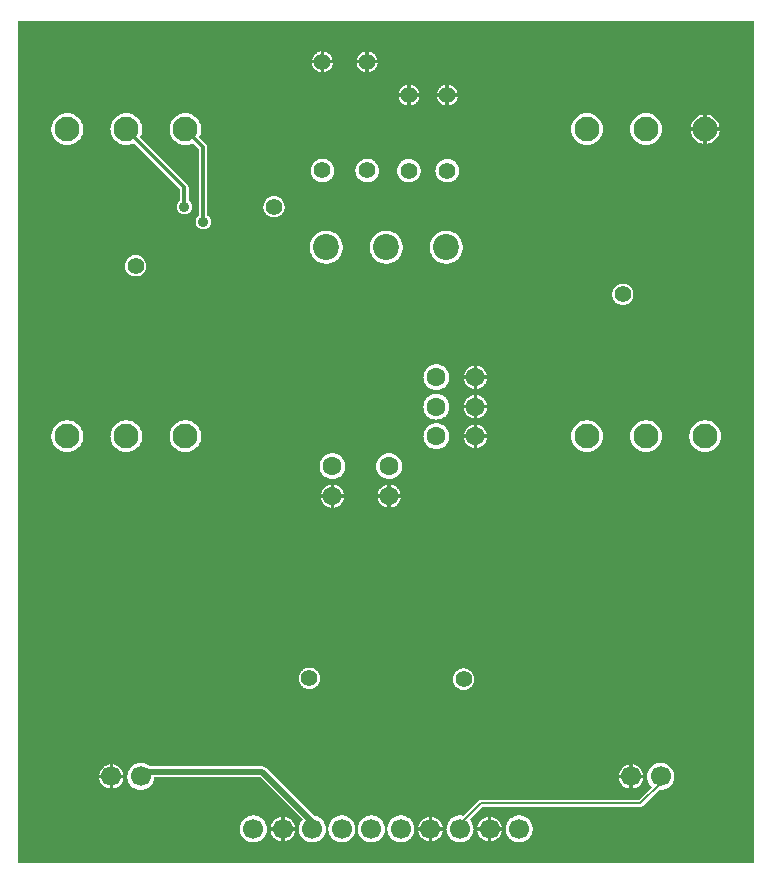
<source format=gbl>
%FSLAX46Y46*%
%MOMM*%
%ADD11C,0.200000*%
%ADD12C,0.300000*%
%ADD10C,0.500000*%
%AMPS13*
1,1,2.100000,0.000000,0.000000*
%
%ADD13PS13*%
%AMPS16*
1,1,1.600000,0.000000,0.000000*
%
%ADD16PS16*%
%AMPS17*
1,1,1.600000,0.000000,0.000000*
%
%ADD17PS17*%
%AMPS23*
1,1,1.600000,0.000000,0.000000*
%
%ADD23PS23*%
%AMPS14*
1,1,1.700000,0.000000,0.000000*
%
%ADD14PS14*%
%AMPS19*
1,1,1.700000,0.000000,0.000000*
%
%ADD19PS19*%
%AMPS22*
1,1,2.200000,0.000000,0.000000*
%
%ADD22PS22*%
%AMPS18*
1,1,1.400000,0.000000,0.000000*
%
%ADD18PS18*%
%AMPS21*
1,1,1.400000,0.000000,0.000000*
%
%ADD21PS21*%
%AMPS15*
1,1,1.400000,0.000000,0.000000*
%
%ADD15PS15*%
%AMPS20*
1,1,1.400000,0.000000,0.000000*
%
%ADD20PS20*%
%AMPS27*
1,1,1.400000,0.000000,0.000000*
%
%ADD27PS27*%
%AMPS25*
1,1,0.700000,0.000000,0.000000*
%
%ADD25PS25*%
%AMPS26*
1,1,0.900000,0.000000,0.000000*
%
%ADD26PS26*%
%AMPS24*
1,1,0.700000,0.000000,0.000000*
%
%ADD24PS24*%
G01*
%LPD*%
G36*
X62640000Y360000D02*
X62640000Y71640000D01*
X360000Y71640000D01*
X360000Y360000D01*
X62640000Y360000D01*
D02*
G37*
%LPC*%
G36*
X25950000Y68350000D02*
X25223365Y68350000D01*
X25226878Y68373679D01*
X25248103Y68458413D01*
X25277538Y68540680D01*
X25314890Y68619653D01*
X25359800Y68694582D01*
X25411846Y68764758D01*
X25470514Y68829486D01*
X25535242Y68888154D01*
X25605418Y68940200D01*
X25680347Y68985110D01*
X25759320Y69022462D01*
X25841587Y69051897D01*
X25926321Y69073122D01*
X25950000Y69076635D01*
X25950000Y68350000D01*
D02*
G37*
%LPC*%
G36*
X30766635Y68350000D02*
X30040000Y68350000D01*
X30040000Y69076635D01*
X30063679Y69073122D01*
X30148413Y69051897D01*
X30230680Y69022462D01*
X30309653Y68985110D01*
X30384582Y68940200D01*
X30454758Y68888154D01*
X30519486Y68829486D01*
X30578154Y68764758D01*
X30630200Y68694582D01*
X30675110Y68619653D01*
X30712462Y68540680D01*
X30741897Y68458413D01*
X30763122Y68373679D01*
X30766635Y68350000D01*
D02*
G37*
%LPC*%
G36*
X26976635Y68350000D02*
X26250000Y68350000D01*
X26250000Y69076635D01*
X26273679Y69073122D01*
X26358413Y69051897D01*
X26440680Y69022462D01*
X26519653Y68985110D01*
X26594582Y68940200D01*
X26664758Y68888154D01*
X26729486Y68829486D01*
X26788154Y68764758D01*
X26840200Y68694582D01*
X26885110Y68619653D01*
X26922462Y68540680D01*
X26951897Y68458413D01*
X26973122Y68373679D01*
X26976635Y68350000D01*
D02*
G37*
%LPC*%
G36*
X29740000Y68350000D02*
X29013365Y68350000D01*
X29016878Y68373679D01*
X29038103Y68458413D01*
X29067538Y68540680D01*
X29104890Y68619653D01*
X29149800Y68694582D01*
X29201846Y68764758D01*
X29260514Y68829486D01*
X29325242Y68888154D01*
X29395418Y68940200D01*
X29470347Y68985110D01*
X29549320Y69022462D01*
X29631587Y69051897D01*
X29716321Y69073122D01*
X29740000Y69076635D01*
X29740000Y68350000D01*
D02*
G37*
%LPC*%
G36*
X30040000Y67323365D02*
X30040000Y68050000D01*
X30766635Y68050000D01*
X30763122Y68026321D01*
X30741897Y67941587D01*
X30712462Y67859320D01*
X30675110Y67780347D01*
X30630200Y67705418D01*
X30578154Y67635242D01*
X30519486Y67570514D01*
X30454758Y67511846D01*
X30384582Y67459800D01*
X30309653Y67414890D01*
X30230680Y67377538D01*
X30148413Y67348103D01*
X30063679Y67326878D01*
X30040000Y67323365D01*
D02*
G37*
%LPC*%
G36*
X29740000Y67323365D02*
X29716321Y67326878D01*
X29631587Y67348103D01*
X29549320Y67377538D01*
X29470347Y67414890D01*
X29395418Y67459800D01*
X29325242Y67511846D01*
X29260514Y67570514D01*
X29201846Y67635242D01*
X29149800Y67705418D01*
X29104890Y67780347D01*
X29067538Y67859320D01*
X29038103Y67941587D01*
X29016878Y68026321D01*
X29013365Y68050000D01*
X29740000Y68050000D01*
X29740000Y67323365D01*
D02*
G37*
%LPC*%
G36*
X26250000Y67323365D02*
X26250000Y68050000D01*
X26976635Y68050000D01*
X26973122Y68026321D01*
X26951897Y67941587D01*
X26922462Y67859320D01*
X26885110Y67780347D01*
X26840200Y67705418D01*
X26788154Y67635242D01*
X26729486Y67570514D01*
X26664758Y67511846D01*
X26594582Y67459800D01*
X26519653Y67414890D01*
X26440680Y67377538D01*
X26358413Y67348103D01*
X26273679Y67326878D01*
X26250000Y67323365D01*
D02*
G37*
%LPC*%
G36*
X25950000Y67323365D02*
X25926321Y67326878D01*
X25841587Y67348103D01*
X25759320Y67377538D01*
X25680347Y67414890D01*
X25605418Y67459800D01*
X25535242Y67511846D01*
X25470514Y67570514D01*
X25411846Y67635242D01*
X25359800Y67705418D01*
X25314890Y67780347D01*
X25277538Y67859320D01*
X25248103Y67941587D01*
X25226878Y68026321D01*
X25223365Y68050000D01*
X25950000Y68050000D01*
X25950000Y67323365D01*
D02*
G37*
%LPC*%
G36*
X33270000Y65530000D02*
X32543365Y65530000D01*
X32546878Y65553679D01*
X32568103Y65638413D01*
X32597538Y65720680D01*
X32634890Y65799653D01*
X32679800Y65874582D01*
X32731846Y65944758D01*
X32790514Y66009486D01*
X32855242Y66068154D01*
X32925418Y66120200D01*
X33000347Y66165110D01*
X33079320Y66202462D01*
X33161587Y66231897D01*
X33246321Y66253122D01*
X33270000Y66256635D01*
X33270000Y65530000D01*
D02*
G37*
%LPC*%
G36*
X34296635Y65530000D02*
X33570000Y65530000D01*
X33570000Y66256635D01*
X33593679Y66253122D01*
X33678413Y66231897D01*
X33760680Y66202462D01*
X33839653Y66165110D01*
X33914582Y66120200D01*
X33984758Y66068154D01*
X34049486Y66009486D01*
X34108154Y65944758D01*
X34160200Y65874582D01*
X34205110Y65799653D01*
X34242462Y65720680D01*
X34271897Y65638413D01*
X34293122Y65553679D01*
X34296635Y65530000D01*
D02*
G37*
%LPC*%
G36*
X36520000Y65530000D02*
X35793365Y65530000D01*
X35796878Y65553679D01*
X35818103Y65638413D01*
X35847538Y65720680D01*
X35884890Y65799653D01*
X35929800Y65874582D01*
X35981846Y65944758D01*
X36040514Y66009486D01*
X36105242Y66068154D01*
X36175418Y66120200D01*
X36250347Y66165110D01*
X36329320Y66202462D01*
X36411587Y66231897D01*
X36496321Y66253122D01*
X36520000Y66256635D01*
X36520000Y65530000D01*
D02*
G37*
%LPC*%
G36*
X37546635Y65530000D02*
X36820000Y65530000D01*
X36820000Y66256635D01*
X36843679Y66253122D01*
X36928413Y66231897D01*
X37010680Y66202462D01*
X37089653Y66165110D01*
X37164582Y66120200D01*
X37234758Y66068154D01*
X37299486Y66009486D01*
X37358154Y65944758D01*
X37410200Y65874582D01*
X37455110Y65799653D01*
X37492462Y65720680D01*
X37521897Y65638413D01*
X37543122Y65553679D01*
X37546635Y65530000D01*
D02*
G37*
%LPC*%
G36*
X36520000Y64503365D02*
X36496321Y64506878D01*
X36411587Y64528103D01*
X36329320Y64557538D01*
X36250347Y64594890D01*
X36175418Y64639800D01*
X36105242Y64691846D01*
X36040514Y64750514D01*
X35981846Y64815242D01*
X35929800Y64885418D01*
X35884890Y64960347D01*
X35847538Y65039320D01*
X35818103Y65121587D01*
X35796878Y65206321D01*
X35793365Y65230000D01*
X36520000Y65230000D01*
X36520000Y64503365D01*
D02*
G37*
%LPC*%
G36*
X33270000Y64503365D02*
X33246321Y64506878D01*
X33161587Y64528103D01*
X33079320Y64557538D01*
X33000347Y64594890D01*
X32925418Y64639800D01*
X32855242Y64691846D01*
X32790514Y64750514D01*
X32731846Y64815242D01*
X32679800Y64885418D01*
X32634890Y64960347D01*
X32597538Y65039320D01*
X32568103Y65121587D01*
X32546878Y65206321D01*
X32543365Y65230000D01*
X33270000Y65230000D01*
X33270000Y64503365D01*
D02*
G37*
%LPC*%
G36*
X33570000Y64503365D02*
X33570000Y65230000D01*
X34296635Y65230000D01*
X34293122Y65206321D01*
X34271897Y65121587D01*
X34242462Y65039320D01*
X34205110Y64960347D01*
X34160200Y64885418D01*
X34108154Y64815242D01*
X34049486Y64750514D01*
X33984758Y64691846D01*
X33914582Y64639800D01*
X33839653Y64594890D01*
X33760680Y64557538D01*
X33678413Y64528103D01*
X33593679Y64506878D01*
X33570000Y64503365D01*
D02*
G37*
%LPC*%
G36*
X36820000Y64503365D02*
X36820000Y65230000D01*
X37546635Y65230000D01*
X37543122Y65206321D01*
X37521897Y65121587D01*
X37492462Y65039320D01*
X37455110Y64960347D01*
X37410200Y64885418D01*
X37358154Y64815242D01*
X37299486Y64750514D01*
X37234758Y64691846D01*
X37164582Y64639800D01*
X37089653Y64594890D01*
X37010680Y64557538D01*
X36928413Y64528103D01*
X36843679Y64506878D01*
X36820000Y64503365D01*
D02*
G37*
%LPC*%
G36*
X4500000Y61154643D02*
X4368140Y61161123D01*
X4237532Y61180496D01*
X4109471Y61212574D01*
X3985153Y61257055D01*
X3865802Y61313504D01*
X3752555Y61381381D01*
X3646521Y61460022D01*
X3548690Y61548690D01*
X3460022Y61646521D01*
X3381381Y61752555D01*
X3313504Y61865802D01*
X3257055Y61985153D01*
X3212574Y62109471D01*
X3180496Y62237532D01*
X3161123Y62368140D01*
X3154643Y62500000D01*
X3161123Y62631860D01*
X3180496Y62762468D01*
X3212574Y62890529D01*
X3257055Y63014847D01*
X3313504Y63134198D01*
X3381381Y63247445D01*
X3460022Y63353479D01*
X3548690Y63451310D01*
X3646521Y63539978D01*
X3752555Y63618619D01*
X3865802Y63686496D01*
X3985153Y63742945D01*
X4109471Y63787426D01*
X4237532Y63819504D01*
X4368140Y63838877D01*
X4500000Y63845357D01*
X4631860Y63838877D01*
X4762468Y63819504D01*
X4890529Y63787426D01*
X5014847Y63742945D01*
X5134198Y63686496D01*
X5247445Y63618619D01*
X5353479Y63539978D01*
X5451310Y63451310D01*
X5539978Y63353479D01*
X5618619Y63247445D01*
X5686496Y63134198D01*
X5742945Y63014847D01*
X5787426Y62890529D01*
X5819504Y62762468D01*
X5838877Y62631860D01*
X5845357Y62500000D01*
X5838877Y62368140D01*
X5819504Y62237532D01*
X5787426Y62109471D01*
X5742945Y61985153D01*
X5686496Y61865802D01*
X5618619Y61752555D01*
X5539978Y61646521D01*
X5451310Y61548690D01*
X5353479Y61460022D01*
X5247445Y61381381D01*
X5134198Y61313504D01*
X5014847Y61257055D01*
X4890529Y61212574D01*
X4762468Y61180496D01*
X4631860Y61161123D01*
X4500000Y61154643D01*
D02*
G37*
%LPC*%
G36*
X14410000Y55274753D02*
X14345774Y55277909D01*
X14282167Y55287345D01*
X14219790Y55302968D01*
X14159243Y55324634D01*
X14101122Y55352123D01*
X14045966Y55385182D01*
X13994316Y55423488D01*
X13946670Y55466670D01*
X13903488Y55514316D01*
X13865182Y55565966D01*
X13832123Y55621122D01*
X13804634Y55679243D01*
X13782968Y55739790D01*
X13767345Y55802167D01*
X13757909Y55865774D01*
X13754753Y55930000D01*
X13757909Y55994226D01*
X13767345Y56057833D01*
X13782968Y56120210D01*
X13804634Y56180757D01*
X13832123Y56238878D01*
X13865182Y56294034D01*
X13903488Y56345684D01*
X13946670Y56393330D01*
X13994319Y56436515D01*
X14055000Y56481517D01*
X14055000Y57442953D01*
X10168314Y61329640D01*
X10014847Y61257055D01*
X9890529Y61212574D01*
X9762468Y61180496D01*
X9631860Y61161123D01*
X9500000Y61154643D01*
X9368140Y61161123D01*
X9237532Y61180496D01*
X9109471Y61212574D01*
X8985153Y61257055D01*
X8865802Y61313504D01*
X8752555Y61381381D01*
X8646521Y61460022D01*
X8548690Y61548690D01*
X8460022Y61646521D01*
X8381381Y61752555D01*
X8313504Y61865802D01*
X8257055Y61985153D01*
X8212574Y62109471D01*
X8180496Y62237532D01*
X8161123Y62368140D01*
X8154643Y62500000D01*
X8161123Y62631860D01*
X8180496Y62762468D01*
X8212574Y62890529D01*
X8257055Y63014847D01*
X8313504Y63134198D01*
X8381381Y63247445D01*
X8460022Y63353479D01*
X8548690Y63451310D01*
X8646521Y63539978D01*
X8752555Y63618619D01*
X8865802Y63686496D01*
X8985153Y63742945D01*
X9109471Y63787426D01*
X9237532Y63819504D01*
X9368140Y63838877D01*
X9500000Y63845357D01*
X9631860Y63838877D01*
X9762468Y63819504D01*
X9890529Y63787426D01*
X10014847Y63742945D01*
X10134198Y63686496D01*
X10247445Y63618619D01*
X10353479Y63539978D01*
X10451310Y63451310D01*
X10539978Y63353479D01*
X10618619Y63247445D01*
X10686496Y63134198D01*
X10742945Y63014847D01*
X10787426Y62890529D01*
X10819504Y62762468D01*
X10838877Y62631860D01*
X10845357Y62500000D01*
X10838877Y62368140D01*
X10819504Y62237532D01*
X10787426Y62109471D01*
X10742945Y61985153D01*
X10670360Y61831686D01*
X14668148Y57833897D01*
X14705996Y57787776D01*
X14738893Y57726229D01*
X14759151Y57659451D01*
X14765000Y57600077D01*
X14765000Y56481517D01*
X14825681Y56436515D01*
X14873330Y56393330D01*
X14916512Y56345684D01*
X14954818Y56294034D01*
X14987877Y56238878D01*
X15015366Y56180757D01*
X15037032Y56120210D01*
X15052655Y56057833D01*
X15062091Y55994226D01*
X15065247Y55930000D01*
X15062091Y55865774D01*
X15052655Y55802167D01*
X15037032Y55739790D01*
X15015366Y55679243D01*
X14987877Y55621122D01*
X14954818Y55565966D01*
X14916512Y55514316D01*
X14873330Y55466670D01*
X14825684Y55423488D01*
X14774034Y55385182D01*
X14718878Y55352123D01*
X14660757Y55324634D01*
X14600210Y55302968D01*
X14537833Y55287345D01*
X14474226Y55277909D01*
X14410000Y55274753D01*
D02*
G37*
%LPC*%
G36*
X16010000Y54004753D02*
X15945774Y54007909D01*
X15882167Y54017345D01*
X15819790Y54032968D01*
X15759243Y54054634D01*
X15701122Y54082123D01*
X15645966Y54115182D01*
X15594316Y54153488D01*
X15546670Y54196670D01*
X15503488Y54244316D01*
X15465182Y54295966D01*
X15432123Y54351122D01*
X15404634Y54409243D01*
X15382968Y54469790D01*
X15367345Y54532167D01*
X15357909Y54595774D01*
X15354753Y54660000D01*
X15357909Y54724226D01*
X15367345Y54787833D01*
X15382968Y54850210D01*
X15404634Y54910757D01*
X15432123Y54968878D01*
X15465182Y55024034D01*
X15503488Y55075684D01*
X15546670Y55123330D01*
X15594319Y55166515D01*
X15655000Y55211517D01*
X15655000Y60842953D01*
X15168314Y61329640D01*
X15014847Y61257055D01*
X14890529Y61212574D01*
X14762468Y61180496D01*
X14631860Y61161123D01*
X14500000Y61154643D01*
X14368140Y61161123D01*
X14237532Y61180496D01*
X14109471Y61212574D01*
X13985153Y61257055D01*
X13865802Y61313504D01*
X13752555Y61381381D01*
X13646521Y61460022D01*
X13548690Y61548690D01*
X13460022Y61646521D01*
X13381381Y61752555D01*
X13313504Y61865802D01*
X13257055Y61985153D01*
X13212574Y62109471D01*
X13180496Y62237532D01*
X13161123Y62368140D01*
X13154643Y62500000D01*
X13161123Y62631860D01*
X13180496Y62762468D01*
X13212574Y62890529D01*
X13257055Y63014847D01*
X13313504Y63134198D01*
X13381381Y63247445D01*
X13460022Y63353479D01*
X13548690Y63451310D01*
X13646521Y63539978D01*
X13752555Y63618619D01*
X13865802Y63686496D01*
X13985153Y63742945D01*
X14109471Y63787426D01*
X14237532Y63819504D01*
X14368140Y63838877D01*
X14500000Y63845357D01*
X14631860Y63838877D01*
X14762468Y63819504D01*
X14890529Y63787426D01*
X15014847Y63742945D01*
X15134198Y63686496D01*
X15247445Y63618619D01*
X15353479Y63539978D01*
X15451310Y63451310D01*
X15539978Y63353479D01*
X15618619Y63247445D01*
X15686496Y63134198D01*
X15742945Y63014847D01*
X15787426Y62890529D01*
X15819504Y62762468D01*
X15838877Y62631860D01*
X15845357Y62500000D01*
X15838877Y62368140D01*
X15819504Y62237532D01*
X15787426Y62109471D01*
X15742945Y61985153D01*
X15670360Y61831686D01*
X16268148Y61233897D01*
X16305996Y61187776D01*
X16338893Y61126229D01*
X16359151Y61059451D01*
X16365000Y61000077D01*
X16365000Y55211517D01*
X16425681Y55166515D01*
X16473330Y55123330D01*
X16516512Y55075684D01*
X16554818Y55024034D01*
X16587877Y54968878D01*
X16615366Y54910757D01*
X16637032Y54850210D01*
X16652655Y54787833D01*
X16662091Y54724226D01*
X16665247Y54660000D01*
X16662091Y54595774D01*
X16652655Y54532167D01*
X16637032Y54469790D01*
X16615366Y54409243D01*
X16587877Y54351122D01*
X16554818Y54295966D01*
X16516512Y54244316D01*
X16473330Y54196670D01*
X16425684Y54153488D01*
X16374034Y54115182D01*
X16318878Y54082123D01*
X16260757Y54054634D01*
X16200210Y54032968D01*
X16137833Y54017345D01*
X16074226Y54007909D01*
X16010000Y54004753D01*
D02*
G37*
%LPC*%
G36*
X48500000Y61154643D02*
X48368140Y61161123D01*
X48237532Y61180496D01*
X48109471Y61212574D01*
X47985153Y61257055D01*
X47865802Y61313504D01*
X47752555Y61381381D01*
X47646521Y61460022D01*
X47548690Y61548690D01*
X47460022Y61646521D01*
X47381381Y61752555D01*
X47313504Y61865802D01*
X47257055Y61985153D01*
X47212574Y62109471D01*
X47180496Y62237532D01*
X47161123Y62368140D01*
X47154643Y62500000D01*
X47161123Y62631860D01*
X47180496Y62762468D01*
X47212574Y62890529D01*
X47257055Y63014847D01*
X47313504Y63134198D01*
X47381381Y63247445D01*
X47460022Y63353479D01*
X47548690Y63451310D01*
X47646521Y63539978D01*
X47752555Y63618619D01*
X47865802Y63686496D01*
X47985153Y63742945D01*
X48109471Y63787426D01*
X48237532Y63819504D01*
X48368140Y63838877D01*
X48500000Y63845357D01*
X48631860Y63838877D01*
X48762468Y63819504D01*
X48890529Y63787426D01*
X49014847Y63742945D01*
X49134198Y63686496D01*
X49247445Y63618619D01*
X49353479Y63539978D01*
X49451310Y63451310D01*
X49539978Y63353479D01*
X49618619Y63247445D01*
X49686496Y63134198D01*
X49742945Y63014847D01*
X49787426Y62890529D01*
X49819504Y62762468D01*
X49838877Y62631860D01*
X49845357Y62500000D01*
X49838877Y62368140D01*
X49819504Y62237532D01*
X49787426Y62109471D01*
X49742945Y61985153D01*
X49686496Y61865802D01*
X49618619Y61752555D01*
X49539978Y61646521D01*
X49451310Y61548690D01*
X49353479Y61460022D01*
X49247445Y61381381D01*
X49134198Y61313504D01*
X49014847Y61257055D01*
X48890529Y61212574D01*
X48762468Y61180496D01*
X48631860Y61161123D01*
X48500000Y61154643D01*
D02*
G37*
%LPC*%
G36*
X53500000Y61154643D02*
X53368140Y61161123D01*
X53237532Y61180496D01*
X53109471Y61212574D01*
X52985153Y61257055D01*
X52865802Y61313504D01*
X52752555Y61381381D01*
X52646521Y61460022D01*
X52548690Y61548690D01*
X52460022Y61646521D01*
X52381381Y61752555D01*
X52313504Y61865802D01*
X52257055Y61985153D01*
X52212574Y62109471D01*
X52180496Y62237532D01*
X52161123Y62368140D01*
X52154643Y62500000D01*
X52161123Y62631860D01*
X52180496Y62762468D01*
X52212574Y62890529D01*
X52257055Y63014847D01*
X52313504Y63134198D01*
X52381381Y63247445D01*
X52460022Y63353479D01*
X52548690Y63451310D01*
X52646521Y63539978D01*
X52752555Y63618619D01*
X52865802Y63686496D01*
X52985153Y63742945D01*
X53109471Y63787426D01*
X53237532Y63819504D01*
X53368140Y63838877D01*
X53500000Y63845357D01*
X53631860Y63838877D01*
X53762468Y63819504D01*
X53890529Y63787426D01*
X54014847Y63742945D01*
X54134198Y63686496D01*
X54247445Y63618619D01*
X54353479Y63539978D01*
X54451310Y63451310D01*
X54539978Y63353479D01*
X54618619Y63247445D01*
X54686496Y63134198D01*
X54742945Y63014847D01*
X54787426Y62890529D01*
X54819504Y62762468D01*
X54838877Y62631860D01*
X54845357Y62500000D01*
X54838877Y62368140D01*
X54819504Y62237532D01*
X54787426Y62109471D01*
X54742945Y61985153D01*
X54686496Y61865802D01*
X54618619Y61752555D01*
X54539978Y61646521D01*
X54451310Y61548690D01*
X54353479Y61460022D01*
X54247445Y61381381D01*
X54134198Y61313504D01*
X54014847Y61257055D01*
X53890529Y61212574D01*
X53762468Y61180496D01*
X53631860Y61161123D01*
X53500000Y61154643D01*
D02*
G37*
%LPC*%
G36*
X58350000Y62650000D02*
X57269963Y62650000D01*
X57283603Y62741959D01*
X57313176Y62860021D01*
X57354177Y62974613D01*
X57406213Y63084634D01*
X57468794Y63189044D01*
X57541286Y63286786D01*
X57623026Y63376974D01*
X57713214Y63458714D01*
X57810956Y63531206D01*
X57915366Y63593787D01*
X58025387Y63645823D01*
X58139979Y63686824D01*
X58258041Y63716397D01*
X58350000Y63730037D01*
X58350000Y62650000D01*
D02*
G37*
%LPC*%
G36*
X59730037Y62650000D02*
X58650000Y62650000D01*
X58650000Y63730037D01*
X58741959Y63716397D01*
X58860021Y63686824D01*
X58974613Y63645823D01*
X59084634Y63593787D01*
X59189044Y63531206D01*
X59286786Y63458714D01*
X59376974Y63376974D01*
X59458714Y63286786D01*
X59531206Y63189044D01*
X59593787Y63084634D01*
X59645823Y62974613D01*
X59686824Y62860021D01*
X59716397Y62741959D01*
X59730037Y62650000D01*
D02*
G37*
%LPC*%
G36*
X58350000Y61269963D02*
X58258041Y61283603D01*
X58139979Y61313176D01*
X58025387Y61354177D01*
X57915366Y61406213D01*
X57810956Y61468794D01*
X57713214Y61541286D01*
X57623026Y61623026D01*
X57541286Y61713214D01*
X57468794Y61810956D01*
X57406213Y61915366D01*
X57354177Y62025387D01*
X57313176Y62139979D01*
X57283603Y62258041D01*
X57269963Y62350000D01*
X58350000Y62350000D01*
X58350000Y61269963D01*
D02*
G37*
%LPC*%
G36*
X58650000Y61269963D02*
X58650000Y62350000D01*
X59730037Y62350000D01*
X59716397Y62258041D01*
X59686824Y62139979D01*
X59645823Y62025387D01*
X59593787Y61915366D01*
X59531206Y61810956D01*
X59458714Y61713214D01*
X59376974Y61623026D01*
X59286786Y61541286D01*
X59189044Y61468794D01*
X59084634Y61406213D01*
X58974613Y61354177D01*
X58860021Y61313176D01*
X58741959Y61283603D01*
X58650000Y61269963D01*
D02*
G37*
%LPC*%
G36*
X26100000Y58004645D02*
X26002438Y58009438D01*
X25905808Y58023773D01*
X25811063Y58047504D01*
X25719099Y58080410D01*
X25630791Y58122177D01*
X25547014Y58172390D01*
X25468551Y58230582D01*
X25396178Y58296178D01*
X25330582Y58368551D01*
X25272390Y58447014D01*
X25222177Y58530791D01*
X25180410Y58619099D01*
X25147504Y58711063D01*
X25123773Y58805808D01*
X25109438Y58902438D01*
X25104645Y59000000D01*
X25109438Y59097562D01*
X25123773Y59194192D01*
X25147504Y59288937D01*
X25180410Y59380901D01*
X25222177Y59469209D01*
X25272390Y59552986D01*
X25330582Y59631449D01*
X25396178Y59703822D01*
X25468551Y59769418D01*
X25547014Y59827610D01*
X25630791Y59877823D01*
X25719099Y59919590D01*
X25811063Y59952496D01*
X25905808Y59976227D01*
X26002438Y59990562D01*
X26100000Y59995355D01*
X26197562Y59990562D01*
X26294192Y59976227D01*
X26388937Y59952496D01*
X26480901Y59919590D01*
X26569209Y59877823D01*
X26652986Y59827610D01*
X26731449Y59769418D01*
X26803822Y59703822D01*
X26869418Y59631449D01*
X26927610Y59552986D01*
X26977823Y59469209D01*
X27019590Y59380901D01*
X27052496Y59288937D01*
X27076227Y59194192D01*
X27090562Y59097562D01*
X27095355Y59000000D01*
X27090562Y58902438D01*
X27076227Y58805808D01*
X27052496Y58711063D01*
X27019590Y58619099D01*
X26977823Y58530791D01*
X26927610Y58447014D01*
X26869418Y58368551D01*
X26803822Y58296178D01*
X26731449Y58230582D01*
X26652986Y58172390D01*
X26569209Y58122177D01*
X26480901Y58080410D01*
X26388937Y58047504D01*
X26294192Y58023773D01*
X26197562Y58009438D01*
X26100000Y58004645D01*
D02*
G37*
%LPC*%
G36*
X29890000Y58004645D02*
X29792438Y58009438D01*
X29695808Y58023773D01*
X29601063Y58047504D01*
X29509099Y58080410D01*
X29420791Y58122177D01*
X29337014Y58172390D01*
X29258551Y58230582D01*
X29186178Y58296178D01*
X29120582Y58368551D01*
X29062390Y58447014D01*
X29012177Y58530791D01*
X28970410Y58619099D01*
X28937504Y58711063D01*
X28913773Y58805808D01*
X28899438Y58902438D01*
X28894645Y59000000D01*
X28899438Y59097562D01*
X28913773Y59194192D01*
X28937504Y59288937D01*
X28970410Y59380901D01*
X29012177Y59469209D01*
X29062390Y59552986D01*
X29120582Y59631449D01*
X29186178Y59703822D01*
X29258551Y59769418D01*
X29337014Y59827610D01*
X29420791Y59877823D01*
X29509099Y59919590D01*
X29601063Y59952496D01*
X29695808Y59976227D01*
X29792438Y59990562D01*
X29890000Y59995355D01*
X29987562Y59990562D01*
X30084192Y59976227D01*
X30178937Y59952496D01*
X30270901Y59919590D01*
X30359209Y59877823D01*
X30442986Y59827610D01*
X30521449Y59769418D01*
X30593822Y59703822D01*
X30659418Y59631449D01*
X30717610Y59552986D01*
X30767823Y59469209D01*
X30809590Y59380901D01*
X30842496Y59288937D01*
X30866227Y59194192D01*
X30880562Y59097562D01*
X30885355Y59000000D01*
X30880562Y58902438D01*
X30866227Y58805808D01*
X30842496Y58711063D01*
X30809590Y58619099D01*
X30767823Y58530791D01*
X30717610Y58447014D01*
X30659418Y58368551D01*
X30593822Y58296178D01*
X30521449Y58230582D01*
X30442986Y58172390D01*
X30359209Y58122177D01*
X30270901Y58080410D01*
X30178937Y58047504D01*
X30084192Y58023773D01*
X29987562Y58009438D01*
X29890000Y58004645D01*
D02*
G37*
%LPC*%
G36*
X33420000Y57984645D02*
X33322438Y57989438D01*
X33225808Y58003773D01*
X33131063Y58027504D01*
X33039099Y58060410D01*
X32950791Y58102177D01*
X32867014Y58152390D01*
X32788551Y58210582D01*
X32716178Y58276178D01*
X32650582Y58348551D01*
X32592390Y58427014D01*
X32542177Y58510791D01*
X32500410Y58599099D01*
X32467504Y58691063D01*
X32443773Y58785808D01*
X32429438Y58882438D01*
X32424645Y58980000D01*
X32429438Y59077562D01*
X32443773Y59174192D01*
X32467504Y59268937D01*
X32500410Y59360901D01*
X32542177Y59449209D01*
X32592390Y59532986D01*
X32650582Y59611449D01*
X32716178Y59683822D01*
X32788551Y59749418D01*
X32867014Y59807610D01*
X32950791Y59857823D01*
X33039099Y59899590D01*
X33131063Y59932496D01*
X33225808Y59956227D01*
X33322438Y59970562D01*
X33420000Y59975355D01*
X33517562Y59970562D01*
X33614192Y59956227D01*
X33708937Y59932496D01*
X33800901Y59899590D01*
X33889209Y59857823D01*
X33972986Y59807610D01*
X34051449Y59749418D01*
X34123822Y59683822D01*
X34189418Y59611449D01*
X34247610Y59532986D01*
X34297823Y59449209D01*
X34339590Y59360901D01*
X34372496Y59268937D01*
X34396227Y59174192D01*
X34410562Y59077562D01*
X34415355Y58980000D01*
X34410562Y58882438D01*
X34396227Y58785808D01*
X34372496Y58691063D01*
X34339590Y58599099D01*
X34297823Y58510791D01*
X34247610Y58427014D01*
X34189418Y58348551D01*
X34123822Y58276178D01*
X34051449Y58210582D01*
X33972986Y58152390D01*
X33889209Y58102177D01*
X33800901Y58060410D01*
X33708937Y58027504D01*
X33614192Y58003773D01*
X33517562Y57989438D01*
X33420000Y57984645D01*
D02*
G37*
%LPC*%
G36*
X36670000Y57984645D02*
X36572438Y57989438D01*
X36475808Y58003773D01*
X36381063Y58027504D01*
X36289099Y58060410D01*
X36200791Y58102177D01*
X36117014Y58152390D01*
X36038551Y58210582D01*
X35966178Y58276178D01*
X35900582Y58348551D01*
X35842390Y58427014D01*
X35792177Y58510791D01*
X35750410Y58599099D01*
X35717504Y58691063D01*
X35693773Y58785808D01*
X35679438Y58882438D01*
X35674645Y58980000D01*
X35679438Y59077562D01*
X35693773Y59174192D01*
X35717504Y59268937D01*
X35750410Y59360901D01*
X35792177Y59449209D01*
X35842390Y59532986D01*
X35900582Y59611449D01*
X35966178Y59683822D01*
X36038551Y59749418D01*
X36117014Y59807610D01*
X36200791Y59857823D01*
X36289099Y59899590D01*
X36381063Y59932496D01*
X36475808Y59956227D01*
X36572438Y59970562D01*
X36670000Y59975355D01*
X36767562Y59970562D01*
X36864192Y59956227D01*
X36958937Y59932496D01*
X37050901Y59899590D01*
X37139209Y59857823D01*
X37222986Y59807610D01*
X37301449Y59749418D01*
X37373822Y59683822D01*
X37439418Y59611449D01*
X37497610Y59532986D01*
X37547823Y59449209D01*
X37589590Y59360901D01*
X37622496Y59268937D01*
X37646227Y59174192D01*
X37660562Y59077562D01*
X37665355Y58980000D01*
X37660562Y58882438D01*
X37646227Y58785808D01*
X37622496Y58691063D01*
X37589590Y58599099D01*
X37547823Y58510791D01*
X37497610Y58427014D01*
X37439418Y58348551D01*
X37373822Y58276178D01*
X37301449Y58210582D01*
X37222986Y58152390D01*
X37139209Y58102177D01*
X37050901Y58060410D01*
X36958937Y58027504D01*
X36864192Y58003773D01*
X36767562Y57989438D01*
X36670000Y57984645D01*
D02*
G37*
%LPC*%
G36*
X22000000Y55024753D02*
X21911268Y55029113D01*
X21823388Y55042149D01*
X21737224Y55063731D01*
X21653579Y55093661D01*
X21573263Y55131648D01*
X21497079Y55177310D01*
X21425715Y55230237D01*
X21359894Y55289894D01*
X21300237Y55355715D01*
X21247310Y55427079D01*
X21201648Y55503263D01*
X21163661Y55583579D01*
X21133731Y55667224D01*
X21112149Y55753388D01*
X21099113Y55841268D01*
X21094753Y55930000D01*
X21099113Y56018732D01*
X21112149Y56106612D01*
X21133731Y56192776D01*
X21163661Y56276421D01*
X21201648Y56356737D01*
X21247310Y56432921D01*
X21300237Y56504285D01*
X21359894Y56570106D01*
X21425715Y56629763D01*
X21497079Y56682690D01*
X21573263Y56728352D01*
X21653579Y56766339D01*
X21737224Y56796269D01*
X21823388Y56817851D01*
X21911268Y56830887D01*
X22000000Y56835247D01*
X22088732Y56830887D01*
X22176612Y56817851D01*
X22262776Y56796269D01*
X22346421Y56766339D01*
X22426737Y56728352D01*
X22502921Y56682690D01*
X22574285Y56629763D01*
X22640106Y56570106D01*
X22699763Y56504285D01*
X22752690Y56432921D01*
X22798352Y56356737D01*
X22836339Y56276421D01*
X22866269Y56192776D01*
X22887851Y56106612D01*
X22900887Y56018732D01*
X22905247Y55930000D01*
X22900887Y55841268D01*
X22887851Y55753388D01*
X22866269Y55667224D01*
X22836339Y55583579D01*
X22798352Y55503263D01*
X22752690Y55427079D01*
X22699763Y55355715D01*
X22640106Y55289894D01*
X22574285Y55230237D01*
X22502921Y55177310D01*
X22426737Y55131648D01*
X22346421Y55093661D01*
X22262776Y55063731D01*
X22176612Y55042149D01*
X22088732Y55029113D01*
X22000000Y55024753D01*
D02*
G37*
%LPC*%
G36*
X26420000Y51104645D02*
X26283231Y51111364D01*
X26147774Y51131458D01*
X26014948Y51164729D01*
X25886023Y51210859D01*
X25762236Y51269406D01*
X25644784Y51339804D01*
X25534794Y51421378D01*
X25433335Y51513335D01*
X25341378Y51614794D01*
X25259804Y51724784D01*
X25189406Y51842236D01*
X25130859Y51966023D01*
X25084729Y52094948D01*
X25051458Y52227774D01*
X25031364Y52363231D01*
X25024645Y52500000D01*
X25031364Y52636769D01*
X25051458Y52772226D01*
X25084729Y52905052D01*
X25130859Y53033977D01*
X25189406Y53157764D01*
X25259804Y53275216D01*
X25341378Y53385206D01*
X25433335Y53486665D01*
X25534794Y53578622D01*
X25644784Y53660196D01*
X25762236Y53730594D01*
X25886023Y53789141D01*
X26014948Y53835271D01*
X26147774Y53868542D01*
X26283231Y53888636D01*
X26420000Y53895355D01*
X26556769Y53888636D01*
X26692226Y53868542D01*
X26825052Y53835271D01*
X26953977Y53789141D01*
X27077764Y53730594D01*
X27195216Y53660196D01*
X27305206Y53578622D01*
X27406665Y53486665D01*
X27498622Y53385206D01*
X27580196Y53275216D01*
X27650594Y53157764D01*
X27709141Y53033977D01*
X27755271Y52905052D01*
X27788542Y52772226D01*
X27808636Y52636769D01*
X27815355Y52500000D01*
X27808636Y52363231D01*
X27788542Y52227774D01*
X27755271Y52094948D01*
X27709141Y51966023D01*
X27650594Y51842236D01*
X27580196Y51724784D01*
X27498622Y51614794D01*
X27406665Y51513335D01*
X27305206Y51421378D01*
X27195216Y51339804D01*
X27077764Y51269406D01*
X26953977Y51210859D01*
X26825052Y51164729D01*
X26692226Y51131458D01*
X26556769Y51111364D01*
X26420000Y51104645D01*
D02*
G37*
%LPC*%
G36*
X31500000Y51104645D02*
X31363231Y51111364D01*
X31227774Y51131458D01*
X31094948Y51164729D01*
X30966023Y51210859D01*
X30842236Y51269406D01*
X30724784Y51339804D01*
X30614794Y51421378D01*
X30513335Y51513335D01*
X30421378Y51614794D01*
X30339804Y51724784D01*
X30269406Y51842236D01*
X30210859Y51966023D01*
X30164729Y52094948D01*
X30131458Y52227774D01*
X30111364Y52363231D01*
X30104645Y52500000D01*
X30111364Y52636769D01*
X30131458Y52772226D01*
X30164729Y52905052D01*
X30210859Y53033977D01*
X30269406Y53157764D01*
X30339804Y53275216D01*
X30421378Y53385206D01*
X30513335Y53486665D01*
X30614794Y53578622D01*
X30724784Y53660196D01*
X30842236Y53730594D01*
X30966023Y53789141D01*
X31094948Y53835271D01*
X31227774Y53868542D01*
X31363231Y53888636D01*
X31500000Y53895355D01*
X31636769Y53888636D01*
X31772226Y53868542D01*
X31905052Y53835271D01*
X32033977Y53789141D01*
X32157764Y53730594D01*
X32275216Y53660196D01*
X32385206Y53578622D01*
X32486665Y53486665D01*
X32578622Y53385206D01*
X32660196Y53275216D01*
X32730594Y53157764D01*
X32789141Y53033977D01*
X32835271Y52905052D01*
X32868542Y52772226D01*
X32888636Y52636769D01*
X32895355Y52500000D01*
X32888636Y52363231D01*
X32868542Y52227774D01*
X32835271Y52094948D01*
X32789141Y51966023D01*
X32730594Y51842236D01*
X32660196Y51724784D01*
X32578622Y51614794D01*
X32486665Y51513335D01*
X32385206Y51421378D01*
X32275216Y51339804D01*
X32157764Y51269406D01*
X32033977Y51210859D01*
X31905052Y51164729D01*
X31772226Y51131458D01*
X31636769Y51111364D01*
X31500000Y51104645D01*
D02*
G37*
%LPC*%
G36*
X36580000Y51104645D02*
X36443231Y51111364D01*
X36307774Y51131458D01*
X36174948Y51164729D01*
X36046023Y51210859D01*
X35922236Y51269406D01*
X35804784Y51339804D01*
X35694794Y51421378D01*
X35593335Y51513335D01*
X35501378Y51614794D01*
X35419804Y51724784D01*
X35349406Y51842236D01*
X35290859Y51966023D01*
X35244729Y52094948D01*
X35211458Y52227774D01*
X35191364Y52363231D01*
X35184645Y52500000D01*
X35191364Y52636769D01*
X35211458Y52772226D01*
X35244729Y52905052D01*
X35290859Y53033977D01*
X35349406Y53157764D01*
X35419804Y53275216D01*
X35501378Y53385206D01*
X35593335Y53486665D01*
X35694794Y53578622D01*
X35804784Y53660196D01*
X35922236Y53730594D01*
X36046023Y53789141D01*
X36174948Y53835271D01*
X36307774Y53868542D01*
X36443231Y53888636D01*
X36580000Y53895355D01*
X36716769Y53888636D01*
X36852226Y53868542D01*
X36985052Y53835271D01*
X37113977Y53789141D01*
X37237764Y53730594D01*
X37355216Y53660196D01*
X37465206Y53578622D01*
X37566665Y53486665D01*
X37658622Y53385206D01*
X37740196Y53275216D01*
X37810594Y53157764D01*
X37869141Y53033977D01*
X37915271Y52905052D01*
X37948542Y52772226D01*
X37968636Y52636769D01*
X37975355Y52500000D01*
X37968636Y52363231D01*
X37948542Y52227774D01*
X37915271Y52094948D01*
X37869141Y51966023D01*
X37810594Y51842236D01*
X37740196Y51724784D01*
X37658622Y51614794D01*
X37566665Y51513335D01*
X37465206Y51421378D01*
X37355216Y51339804D01*
X37237764Y51269406D01*
X37113977Y51210859D01*
X36985052Y51164729D01*
X36852226Y51131458D01*
X36716769Y51111364D01*
X36580000Y51104645D01*
D02*
G37*
%LPC*%
G36*
X10280000Y50024753D02*
X10191268Y50029113D01*
X10103388Y50042149D01*
X10017224Y50063731D01*
X9933579Y50093661D01*
X9853263Y50131648D01*
X9777079Y50177310D01*
X9705715Y50230237D01*
X9639894Y50289894D01*
X9580237Y50355715D01*
X9527310Y50427079D01*
X9481648Y50503263D01*
X9443661Y50583579D01*
X9413731Y50667224D01*
X9392149Y50753388D01*
X9379113Y50841268D01*
X9374753Y50930000D01*
X9379113Y51018732D01*
X9392149Y51106612D01*
X9413731Y51192776D01*
X9443661Y51276421D01*
X9481648Y51356737D01*
X9527310Y51432921D01*
X9580237Y51504285D01*
X9639894Y51570106D01*
X9705715Y51629763D01*
X9777079Y51682690D01*
X9853263Y51728352D01*
X9933579Y51766339D01*
X10017224Y51796269D01*
X10103388Y51817851D01*
X10191268Y51830887D01*
X10280000Y51835247D01*
X10368732Y51830887D01*
X10456612Y51817851D01*
X10542776Y51796269D01*
X10626421Y51766339D01*
X10706737Y51728352D01*
X10782921Y51682690D01*
X10854285Y51629763D01*
X10920106Y51570106D01*
X10979763Y51504285D01*
X11032690Y51432921D01*
X11078352Y51356737D01*
X11116339Y51276421D01*
X11146269Y51192776D01*
X11167851Y51106612D01*
X11180887Y51018732D01*
X11185247Y50930000D01*
X11180887Y50841268D01*
X11167851Y50753388D01*
X11146269Y50667224D01*
X11116339Y50583579D01*
X11078352Y50503263D01*
X11032690Y50427079D01*
X10979763Y50355715D01*
X10920106Y50289894D01*
X10854285Y50230237D01*
X10782921Y50177310D01*
X10706737Y50131648D01*
X10626421Y50093661D01*
X10542776Y50063731D01*
X10456612Y50042149D01*
X10368732Y50029113D01*
X10280000Y50024753D01*
D02*
G37*
%LPC*%
G36*
X51530000Y47604753D02*
X51441268Y47609113D01*
X51353388Y47622149D01*
X51267224Y47643731D01*
X51183579Y47673661D01*
X51103263Y47711648D01*
X51027079Y47757310D01*
X50955715Y47810237D01*
X50889894Y47869894D01*
X50830237Y47935715D01*
X50777310Y48007079D01*
X50731648Y48083263D01*
X50693661Y48163579D01*
X50663731Y48247224D01*
X50642149Y48333388D01*
X50629113Y48421268D01*
X50624753Y48510000D01*
X50629113Y48598732D01*
X50642149Y48686612D01*
X50663731Y48772776D01*
X50693661Y48856421D01*
X50731648Y48936737D01*
X50777310Y49012921D01*
X50830237Y49084285D01*
X50889894Y49150106D01*
X50955715Y49209763D01*
X51027079Y49262690D01*
X51103263Y49308352D01*
X51183579Y49346339D01*
X51267224Y49376269D01*
X51353388Y49397851D01*
X51441268Y49410887D01*
X51530000Y49415247D01*
X51618732Y49410887D01*
X51706612Y49397851D01*
X51792776Y49376269D01*
X51876421Y49346339D01*
X51956737Y49308352D01*
X52032921Y49262690D01*
X52104285Y49209763D01*
X52170106Y49150106D01*
X52229763Y49084285D01*
X52282690Y49012921D01*
X52328352Y48936737D01*
X52366339Y48856421D01*
X52396269Y48772776D01*
X52417851Y48686612D01*
X52430887Y48598732D01*
X52435247Y48510000D01*
X52430887Y48421268D01*
X52417851Y48333388D01*
X52396269Y48247224D01*
X52366339Y48163579D01*
X52328352Y48083263D01*
X52282690Y48007079D01*
X52229763Y47935715D01*
X52170106Y47869894D01*
X52104285Y47810237D01*
X52032921Y47757310D01*
X51956737Y47711648D01*
X51876421Y47673661D01*
X51792776Y47643731D01*
X51706612Y47622149D01*
X51618732Y47609113D01*
X51530000Y47604753D01*
D02*
G37*
%LPC*%
G36*
X35750000Y40404643D02*
X35642644Y40409919D01*
X35536304Y40425692D01*
X35432032Y40451811D01*
X35330829Y40488022D01*
X35233655Y40533982D01*
X35141454Y40589245D01*
X35055113Y40653280D01*
X34975467Y40725467D01*
X34903280Y40805113D01*
X34839245Y40891454D01*
X34783982Y40983655D01*
X34738022Y41080829D01*
X34701811Y41182032D01*
X34675692Y41286304D01*
X34659919Y41392644D01*
X34654643Y41500000D01*
X34659919Y41607356D01*
X34675692Y41713696D01*
X34701811Y41817968D01*
X34738022Y41919171D01*
X34783982Y42016345D01*
X34839245Y42108546D01*
X34903280Y42194887D01*
X34975467Y42274533D01*
X35055113Y42346720D01*
X35141454Y42410755D01*
X35233655Y42466018D01*
X35330829Y42511978D01*
X35432032Y42548189D01*
X35536304Y42574308D01*
X35642644Y42590081D01*
X35750000Y42595357D01*
X35857356Y42590081D01*
X35963696Y42574308D01*
X36067968Y42548189D01*
X36169171Y42511978D01*
X36266345Y42466018D01*
X36358546Y42410755D01*
X36444887Y42346720D01*
X36524533Y42274533D01*
X36596720Y42194887D01*
X36660755Y42108546D01*
X36716018Y42016345D01*
X36761978Y41919171D01*
X36798189Y41817968D01*
X36824308Y41713696D01*
X36840081Y41607356D01*
X36845357Y41500000D01*
X36840081Y41392644D01*
X36824308Y41286304D01*
X36798189Y41182032D01*
X36761978Y41080829D01*
X36716018Y40983655D01*
X36660755Y40891454D01*
X36596720Y40805113D01*
X36524533Y40725467D01*
X36444887Y40653280D01*
X36358546Y40589245D01*
X36266345Y40533982D01*
X36169171Y40488022D01*
X36067968Y40451811D01*
X35963696Y40425692D01*
X35857356Y40409919D01*
X35750000Y40404643D01*
D02*
G37*
%LPC*%
G36*
X38900000Y41650000D02*
X38072393Y41650000D01*
X38078799Y41693187D01*
X38102410Y41787447D01*
X38135147Y41878939D01*
X38176697Y41966792D01*
X38226656Y42050141D01*
X38284545Y42128196D01*
X38349803Y42200197D01*
X38421804Y42265455D01*
X38499859Y42323344D01*
X38583208Y42373303D01*
X38671061Y42414853D01*
X38762553Y42447590D01*
X38856813Y42471201D01*
X38900000Y42477607D01*
X38900000Y41650000D01*
D02*
G37*
%LPC*%
G36*
X40027607Y41650000D02*
X39200000Y41650000D01*
X39200000Y42477607D01*
X39243187Y42471201D01*
X39337447Y42447590D01*
X39428939Y42414853D01*
X39516792Y42373303D01*
X39600141Y42323344D01*
X39678196Y42265455D01*
X39750197Y42200197D01*
X39815455Y42128196D01*
X39873344Y42050141D01*
X39923303Y41966792D01*
X39964853Y41878939D01*
X39997590Y41787447D01*
X40021201Y41693187D01*
X40027607Y41650000D01*
D02*
G37*
%LPC*%
G36*
X39200000Y40522393D02*
X39200000Y41350000D01*
X40027607Y41350000D01*
X40021201Y41306813D01*
X39997590Y41212553D01*
X39964853Y41121061D01*
X39923303Y41033208D01*
X39873344Y40949859D01*
X39815455Y40871804D01*
X39750197Y40799803D01*
X39678196Y40734545D01*
X39600141Y40676656D01*
X39516792Y40626697D01*
X39428939Y40585147D01*
X39337447Y40552410D01*
X39243187Y40528799D01*
X39200000Y40522393D01*
D02*
G37*
%LPC*%
G36*
X38900000Y40522393D02*
X38856813Y40528799D01*
X38762553Y40552410D01*
X38671061Y40585147D01*
X38583208Y40626697D01*
X38499859Y40676656D01*
X38421804Y40734545D01*
X38349803Y40799803D01*
X38284545Y40871804D01*
X38226656Y40949859D01*
X38176697Y41033208D01*
X38135147Y41121061D01*
X38102410Y41212553D01*
X38078799Y41306813D01*
X38072393Y41350000D01*
X38900000Y41350000D01*
X38900000Y40522393D01*
D02*
G37*
%LPC*%
G36*
X35750000Y37904643D02*
X35642644Y37909919D01*
X35536304Y37925692D01*
X35432032Y37951811D01*
X35330829Y37988022D01*
X35233655Y38033982D01*
X35141454Y38089245D01*
X35055113Y38153280D01*
X34975467Y38225467D01*
X34903280Y38305113D01*
X34839245Y38391454D01*
X34783982Y38483655D01*
X34738022Y38580829D01*
X34701811Y38682032D01*
X34675692Y38786304D01*
X34659919Y38892644D01*
X34654643Y39000000D01*
X34659919Y39107356D01*
X34675692Y39213696D01*
X34701811Y39317968D01*
X34738022Y39419171D01*
X34783982Y39516345D01*
X34839245Y39608546D01*
X34903280Y39694887D01*
X34975467Y39774533D01*
X35055113Y39846720D01*
X35141454Y39910755D01*
X35233655Y39966018D01*
X35330829Y40011978D01*
X35432032Y40048189D01*
X35536304Y40074308D01*
X35642644Y40090081D01*
X35750000Y40095357D01*
X35857356Y40090081D01*
X35963696Y40074308D01*
X36067968Y40048189D01*
X36169171Y40011978D01*
X36266345Y39966018D01*
X36358546Y39910755D01*
X36444887Y39846720D01*
X36524533Y39774533D01*
X36596720Y39694887D01*
X36660755Y39608546D01*
X36716018Y39516345D01*
X36761978Y39419171D01*
X36798189Y39317968D01*
X36824308Y39213696D01*
X36840081Y39107356D01*
X36845357Y39000000D01*
X36840081Y38892644D01*
X36824308Y38786304D01*
X36798189Y38682032D01*
X36761978Y38580829D01*
X36716018Y38483655D01*
X36660755Y38391454D01*
X36596720Y38305113D01*
X36524533Y38225467D01*
X36444887Y38153280D01*
X36358546Y38089245D01*
X36266345Y38033982D01*
X36169171Y37988022D01*
X36067968Y37951811D01*
X35963696Y37925692D01*
X35857356Y37909919D01*
X35750000Y37904643D01*
D02*
G37*
%LPC*%
G36*
X38900000Y39150000D02*
X38072393Y39150000D01*
X38078799Y39193187D01*
X38102410Y39287447D01*
X38135147Y39378939D01*
X38176697Y39466792D01*
X38226656Y39550141D01*
X38284545Y39628196D01*
X38349803Y39700197D01*
X38421804Y39765455D01*
X38499859Y39823344D01*
X38583208Y39873303D01*
X38671061Y39914853D01*
X38762553Y39947590D01*
X38856813Y39971201D01*
X38900000Y39977607D01*
X38900000Y39150000D01*
D02*
G37*
%LPC*%
G36*
X40027607Y39150000D02*
X39200000Y39150000D01*
X39200000Y39977607D01*
X39243187Y39971201D01*
X39337447Y39947590D01*
X39428939Y39914853D01*
X39516792Y39873303D01*
X39600141Y39823344D01*
X39678196Y39765455D01*
X39750197Y39700197D01*
X39815455Y39628196D01*
X39873344Y39550141D01*
X39923303Y39466792D01*
X39964853Y39378939D01*
X39997590Y39287447D01*
X40021201Y39193187D01*
X40027607Y39150000D01*
D02*
G37*
%LPC*%
G36*
X39200000Y38022393D02*
X39200000Y38850000D01*
X40027607Y38850000D01*
X40021201Y38806813D01*
X39997590Y38712553D01*
X39964853Y38621061D01*
X39923303Y38533208D01*
X39873344Y38449859D01*
X39815455Y38371804D01*
X39750197Y38299803D01*
X39678196Y38234545D01*
X39600141Y38176656D01*
X39516792Y38126697D01*
X39428939Y38085147D01*
X39337447Y38052410D01*
X39243187Y38028799D01*
X39200000Y38022393D01*
D02*
G37*
%LPC*%
G36*
X38900000Y38022393D02*
X38856813Y38028799D01*
X38762553Y38052410D01*
X38671061Y38085147D01*
X38583208Y38126697D01*
X38499859Y38176656D01*
X38421804Y38234545D01*
X38349803Y38299803D01*
X38284545Y38371804D01*
X38226656Y38449859D01*
X38176697Y38533208D01*
X38135147Y38621061D01*
X38102410Y38712553D01*
X38078799Y38806813D01*
X38072393Y38850000D01*
X38900000Y38850000D01*
X38900000Y38022393D01*
D02*
G37*
%LPC*%
G36*
X58500000Y35154643D02*
X58368140Y35161123D01*
X58237532Y35180496D01*
X58109471Y35212574D01*
X57985153Y35257055D01*
X57865802Y35313504D01*
X57752555Y35381381D01*
X57646521Y35460022D01*
X57548690Y35548690D01*
X57460022Y35646521D01*
X57381381Y35752555D01*
X57313504Y35865802D01*
X57257055Y35985153D01*
X57212574Y36109471D01*
X57180496Y36237532D01*
X57161123Y36368140D01*
X57154643Y36500000D01*
X57161123Y36631860D01*
X57180496Y36762468D01*
X57212574Y36890529D01*
X57257055Y37014847D01*
X57313504Y37134198D01*
X57381381Y37247445D01*
X57460022Y37353479D01*
X57548690Y37451310D01*
X57646521Y37539978D01*
X57752555Y37618619D01*
X57865802Y37686496D01*
X57985153Y37742945D01*
X58109471Y37787426D01*
X58237532Y37819504D01*
X58368140Y37838877D01*
X58500000Y37845357D01*
X58631860Y37838877D01*
X58762468Y37819504D01*
X58890529Y37787426D01*
X59014847Y37742945D01*
X59134198Y37686496D01*
X59247445Y37618619D01*
X59353479Y37539978D01*
X59451310Y37451310D01*
X59539978Y37353479D01*
X59618619Y37247445D01*
X59686496Y37134198D01*
X59742945Y37014847D01*
X59787426Y36890529D01*
X59819504Y36762468D01*
X59838877Y36631860D01*
X59845357Y36500000D01*
X59838877Y36368140D01*
X59819504Y36237532D01*
X59787426Y36109471D01*
X59742945Y35985153D01*
X59686496Y35865802D01*
X59618619Y35752555D01*
X59539978Y35646521D01*
X59451310Y35548690D01*
X59353479Y35460022D01*
X59247445Y35381381D01*
X59134198Y35313504D01*
X59014847Y35257055D01*
X58890529Y35212574D01*
X58762468Y35180496D01*
X58631860Y35161123D01*
X58500000Y35154643D01*
D02*
G37*
%LPC*%
G36*
X53500000Y35154643D02*
X53368140Y35161123D01*
X53237532Y35180496D01*
X53109471Y35212574D01*
X52985153Y35257055D01*
X52865802Y35313504D01*
X52752555Y35381381D01*
X52646521Y35460022D01*
X52548690Y35548690D01*
X52460022Y35646521D01*
X52381381Y35752555D01*
X52313504Y35865802D01*
X52257055Y35985153D01*
X52212574Y36109471D01*
X52180496Y36237532D01*
X52161123Y36368140D01*
X52154643Y36500000D01*
X52161123Y36631860D01*
X52180496Y36762468D01*
X52212574Y36890529D01*
X52257055Y37014847D01*
X52313504Y37134198D01*
X52381381Y37247445D01*
X52460022Y37353479D01*
X52548690Y37451310D01*
X52646521Y37539978D01*
X52752555Y37618619D01*
X52865802Y37686496D01*
X52985153Y37742945D01*
X53109471Y37787426D01*
X53237532Y37819504D01*
X53368140Y37838877D01*
X53500000Y37845357D01*
X53631860Y37838877D01*
X53762468Y37819504D01*
X53890529Y37787426D01*
X54014847Y37742945D01*
X54134198Y37686496D01*
X54247445Y37618619D01*
X54353479Y37539978D01*
X54451310Y37451310D01*
X54539978Y37353479D01*
X54618619Y37247445D01*
X54686496Y37134198D01*
X54742945Y37014847D01*
X54787426Y36890529D01*
X54819504Y36762468D01*
X54838877Y36631860D01*
X54845357Y36500000D01*
X54838877Y36368140D01*
X54819504Y36237532D01*
X54787426Y36109471D01*
X54742945Y35985153D01*
X54686496Y35865802D01*
X54618619Y35752555D01*
X54539978Y35646521D01*
X54451310Y35548690D01*
X54353479Y35460022D01*
X54247445Y35381381D01*
X54134198Y35313504D01*
X54014847Y35257055D01*
X53890529Y35212574D01*
X53762468Y35180496D01*
X53631860Y35161123D01*
X53500000Y35154643D01*
D02*
G37*
%LPC*%
G36*
X14500000Y35154643D02*
X14368140Y35161123D01*
X14237532Y35180496D01*
X14109471Y35212574D01*
X13985153Y35257055D01*
X13865802Y35313504D01*
X13752555Y35381381D01*
X13646521Y35460022D01*
X13548690Y35548690D01*
X13460022Y35646521D01*
X13381381Y35752555D01*
X13313504Y35865802D01*
X13257055Y35985153D01*
X13212574Y36109471D01*
X13180496Y36237532D01*
X13161123Y36368140D01*
X13154643Y36500000D01*
X13161123Y36631860D01*
X13180496Y36762468D01*
X13212574Y36890529D01*
X13257055Y37014847D01*
X13313504Y37134198D01*
X13381381Y37247445D01*
X13460022Y37353479D01*
X13548690Y37451310D01*
X13646521Y37539978D01*
X13752555Y37618619D01*
X13865802Y37686496D01*
X13985153Y37742945D01*
X14109471Y37787426D01*
X14237532Y37819504D01*
X14368140Y37838877D01*
X14500000Y37845357D01*
X14631860Y37838877D01*
X14762468Y37819504D01*
X14890529Y37787426D01*
X15014847Y37742945D01*
X15134198Y37686496D01*
X15247445Y37618619D01*
X15353479Y37539978D01*
X15451310Y37451310D01*
X15539978Y37353479D01*
X15618619Y37247445D01*
X15686496Y37134198D01*
X15742945Y37014847D01*
X15787426Y36890529D01*
X15819504Y36762468D01*
X15838877Y36631860D01*
X15845357Y36500000D01*
X15838877Y36368140D01*
X15819504Y36237532D01*
X15787426Y36109471D01*
X15742945Y35985153D01*
X15686496Y35865802D01*
X15618619Y35752555D01*
X15539978Y35646521D01*
X15451310Y35548690D01*
X15353479Y35460022D01*
X15247445Y35381381D01*
X15134198Y35313504D01*
X15014847Y35257055D01*
X14890529Y35212574D01*
X14762468Y35180496D01*
X14631860Y35161123D01*
X14500000Y35154643D01*
D02*
G37*
%LPC*%
G36*
X9500000Y35154643D02*
X9368140Y35161123D01*
X9237532Y35180496D01*
X9109471Y35212574D01*
X8985153Y35257055D01*
X8865802Y35313504D01*
X8752555Y35381381D01*
X8646521Y35460022D01*
X8548690Y35548690D01*
X8460022Y35646521D01*
X8381381Y35752555D01*
X8313504Y35865802D01*
X8257055Y35985153D01*
X8212574Y36109471D01*
X8180496Y36237532D01*
X8161123Y36368140D01*
X8154643Y36500000D01*
X8161123Y36631860D01*
X8180496Y36762468D01*
X8212574Y36890529D01*
X8257055Y37014847D01*
X8313504Y37134198D01*
X8381381Y37247445D01*
X8460022Y37353479D01*
X8548690Y37451310D01*
X8646521Y37539978D01*
X8752555Y37618619D01*
X8865802Y37686496D01*
X8985153Y37742945D01*
X9109471Y37787426D01*
X9237532Y37819504D01*
X9368140Y37838877D01*
X9500000Y37845357D01*
X9631860Y37838877D01*
X9762468Y37819504D01*
X9890529Y37787426D01*
X10014847Y37742945D01*
X10134198Y37686496D01*
X10247445Y37618619D01*
X10353479Y37539978D01*
X10451310Y37451310D01*
X10539978Y37353479D01*
X10618619Y37247445D01*
X10686496Y37134198D01*
X10742945Y37014847D01*
X10787426Y36890529D01*
X10819504Y36762468D01*
X10838877Y36631860D01*
X10845357Y36500000D01*
X10838877Y36368140D01*
X10819504Y36237532D01*
X10787426Y36109471D01*
X10742945Y35985153D01*
X10686496Y35865802D01*
X10618619Y35752555D01*
X10539978Y35646521D01*
X10451310Y35548690D01*
X10353479Y35460022D01*
X10247445Y35381381D01*
X10134198Y35313504D01*
X10014847Y35257055D01*
X9890529Y35212574D01*
X9762468Y35180496D01*
X9631860Y35161123D01*
X9500000Y35154643D01*
D02*
G37*
%LPC*%
G36*
X48500000Y35154643D02*
X48368140Y35161123D01*
X48237532Y35180496D01*
X48109471Y35212574D01*
X47985153Y35257055D01*
X47865802Y35313504D01*
X47752555Y35381381D01*
X47646521Y35460022D01*
X47548690Y35548690D01*
X47460022Y35646521D01*
X47381381Y35752555D01*
X47313504Y35865802D01*
X47257055Y35985153D01*
X47212574Y36109471D01*
X47180496Y36237532D01*
X47161123Y36368140D01*
X47154643Y36500000D01*
X47161123Y36631860D01*
X47180496Y36762468D01*
X47212574Y36890529D01*
X47257055Y37014847D01*
X47313504Y37134198D01*
X47381381Y37247445D01*
X47460022Y37353479D01*
X47548690Y37451310D01*
X47646521Y37539978D01*
X47752555Y37618619D01*
X47865802Y37686496D01*
X47985153Y37742945D01*
X48109471Y37787426D01*
X48237532Y37819504D01*
X48368140Y37838877D01*
X48500000Y37845357D01*
X48631860Y37838877D01*
X48762468Y37819504D01*
X48890529Y37787426D01*
X49014847Y37742945D01*
X49134198Y37686496D01*
X49247445Y37618619D01*
X49353479Y37539978D01*
X49451310Y37451310D01*
X49539978Y37353479D01*
X49618619Y37247445D01*
X49686496Y37134198D01*
X49742945Y37014847D01*
X49787426Y36890529D01*
X49819504Y36762468D01*
X49838877Y36631860D01*
X49845357Y36500000D01*
X49838877Y36368140D01*
X49819504Y36237532D01*
X49787426Y36109471D01*
X49742945Y35985153D01*
X49686496Y35865802D01*
X49618619Y35752555D01*
X49539978Y35646521D01*
X49451310Y35548690D01*
X49353479Y35460022D01*
X49247445Y35381381D01*
X49134198Y35313504D01*
X49014847Y35257055D01*
X48890529Y35212574D01*
X48762468Y35180496D01*
X48631860Y35161123D01*
X48500000Y35154643D01*
D02*
G37*
%LPC*%
G36*
X4500000Y35154643D02*
X4368140Y35161123D01*
X4237532Y35180496D01*
X4109471Y35212574D01*
X3985153Y35257055D01*
X3865802Y35313504D01*
X3752555Y35381381D01*
X3646521Y35460022D01*
X3548690Y35548690D01*
X3460022Y35646521D01*
X3381381Y35752555D01*
X3313504Y35865802D01*
X3257055Y35985153D01*
X3212574Y36109471D01*
X3180496Y36237532D01*
X3161123Y36368140D01*
X3154643Y36500000D01*
X3161123Y36631860D01*
X3180496Y36762468D01*
X3212574Y36890529D01*
X3257055Y37014847D01*
X3313504Y37134198D01*
X3381381Y37247445D01*
X3460022Y37353479D01*
X3548690Y37451310D01*
X3646521Y37539978D01*
X3752555Y37618619D01*
X3865802Y37686496D01*
X3985153Y37742945D01*
X4109471Y37787426D01*
X4237532Y37819504D01*
X4368140Y37838877D01*
X4500000Y37845357D01*
X4631860Y37838877D01*
X4762468Y37819504D01*
X4890529Y37787426D01*
X5014847Y37742945D01*
X5134198Y37686496D01*
X5247445Y37618619D01*
X5353479Y37539978D01*
X5451310Y37451310D01*
X5539978Y37353479D01*
X5618619Y37247445D01*
X5686496Y37134198D01*
X5742945Y37014847D01*
X5787426Y36890529D01*
X5819504Y36762468D01*
X5838877Y36631860D01*
X5845357Y36500000D01*
X5838877Y36368140D01*
X5819504Y36237532D01*
X5787426Y36109471D01*
X5742945Y35985153D01*
X5686496Y35865802D01*
X5618619Y35752555D01*
X5539978Y35646521D01*
X5451310Y35548690D01*
X5353479Y35460022D01*
X5247445Y35381381D01*
X5134198Y35313504D01*
X5014847Y35257055D01*
X4890529Y35212574D01*
X4762468Y35180496D01*
X4631860Y35161123D01*
X4500000Y35154643D01*
D02*
G37*
%LPC*%
G36*
X35750000Y35404643D02*
X35642644Y35409919D01*
X35536304Y35425692D01*
X35432032Y35451811D01*
X35330829Y35488022D01*
X35233655Y35533982D01*
X35141454Y35589245D01*
X35055113Y35653280D01*
X34975467Y35725467D01*
X34903280Y35805113D01*
X34839245Y35891454D01*
X34783982Y35983655D01*
X34738022Y36080829D01*
X34701811Y36182032D01*
X34675692Y36286304D01*
X34659919Y36392644D01*
X34654643Y36500000D01*
X34659919Y36607356D01*
X34675692Y36713696D01*
X34701811Y36817968D01*
X34738022Y36919171D01*
X34783982Y37016345D01*
X34839245Y37108546D01*
X34903280Y37194887D01*
X34975467Y37274533D01*
X35055113Y37346720D01*
X35141454Y37410755D01*
X35233655Y37466018D01*
X35330829Y37511978D01*
X35432032Y37548189D01*
X35536304Y37574308D01*
X35642644Y37590081D01*
X35750000Y37595357D01*
X35857356Y37590081D01*
X35963696Y37574308D01*
X36067968Y37548189D01*
X36169171Y37511978D01*
X36266345Y37466018D01*
X36358546Y37410755D01*
X36444887Y37346720D01*
X36524533Y37274533D01*
X36596720Y37194887D01*
X36660755Y37108546D01*
X36716018Y37016345D01*
X36761978Y36919171D01*
X36798189Y36817968D01*
X36824308Y36713696D01*
X36840081Y36607356D01*
X36845357Y36500000D01*
X36840081Y36392644D01*
X36824308Y36286304D01*
X36798189Y36182032D01*
X36761978Y36080829D01*
X36716018Y35983655D01*
X36660755Y35891454D01*
X36596720Y35805113D01*
X36524533Y35725467D01*
X36444887Y35653280D01*
X36358546Y35589245D01*
X36266345Y35533982D01*
X36169171Y35488022D01*
X36067968Y35451811D01*
X35963696Y35425692D01*
X35857356Y35409919D01*
X35750000Y35404643D01*
D02*
G37*
%LPC*%
G36*
X38900000Y36650000D02*
X38072393Y36650000D01*
X38078799Y36693187D01*
X38102410Y36787447D01*
X38135147Y36878939D01*
X38176697Y36966792D01*
X38226656Y37050141D01*
X38284545Y37128196D01*
X38349803Y37200197D01*
X38421804Y37265455D01*
X38499859Y37323344D01*
X38583208Y37373303D01*
X38671061Y37414853D01*
X38762553Y37447590D01*
X38856813Y37471201D01*
X38900000Y37477607D01*
X38900000Y36650000D01*
D02*
G37*
%LPC*%
G36*
X40027607Y36650000D02*
X39200000Y36650000D01*
X39200000Y37477607D01*
X39243187Y37471201D01*
X39337447Y37447590D01*
X39428939Y37414853D01*
X39516792Y37373303D01*
X39600141Y37323344D01*
X39678196Y37265455D01*
X39750197Y37200197D01*
X39815455Y37128196D01*
X39873344Y37050141D01*
X39923303Y36966792D01*
X39964853Y36878939D01*
X39997590Y36787447D01*
X40021201Y36693187D01*
X40027607Y36650000D01*
D02*
G37*
%LPC*%
G36*
X39200000Y35522393D02*
X39200000Y36350000D01*
X40027607Y36350000D01*
X40021201Y36306813D01*
X39997590Y36212553D01*
X39964853Y36121061D01*
X39923303Y36033208D01*
X39873344Y35949859D01*
X39815455Y35871804D01*
X39750197Y35799803D01*
X39678196Y35734545D01*
X39600141Y35676656D01*
X39516792Y35626697D01*
X39428939Y35585147D01*
X39337447Y35552410D01*
X39243187Y35528799D01*
X39200000Y35522393D01*
D02*
G37*
%LPC*%
G36*
X38900000Y35522393D02*
X38856813Y35528799D01*
X38762553Y35552410D01*
X38671061Y35585147D01*
X38583208Y35626697D01*
X38499859Y35676656D01*
X38421804Y35734545D01*
X38349803Y35799803D01*
X38284545Y35871804D01*
X38226656Y35949859D01*
X38176697Y36033208D01*
X38135147Y36121061D01*
X38102410Y36212553D01*
X38078799Y36306813D01*
X38072393Y36350000D01*
X38900000Y36350000D01*
X38900000Y35522393D01*
D02*
G37*
%LPC*%
G36*
X26950000Y32874643D02*
X26842644Y32879919D01*
X26736304Y32895692D01*
X26632032Y32921811D01*
X26530829Y32958022D01*
X26433655Y33003982D01*
X26341454Y33059245D01*
X26255113Y33123280D01*
X26175467Y33195467D01*
X26103280Y33275113D01*
X26039245Y33361454D01*
X25983982Y33453655D01*
X25938022Y33550829D01*
X25901811Y33652032D01*
X25875692Y33756304D01*
X25859919Y33862644D01*
X25854643Y33970000D01*
X25859919Y34077356D01*
X25875692Y34183696D01*
X25901811Y34287968D01*
X25938022Y34389171D01*
X25983982Y34486345D01*
X26039245Y34578546D01*
X26103280Y34664887D01*
X26175467Y34744533D01*
X26255113Y34816720D01*
X26341454Y34880755D01*
X26433655Y34936018D01*
X26530829Y34981978D01*
X26632032Y35018189D01*
X26736304Y35044308D01*
X26842644Y35060081D01*
X26950000Y35065357D01*
X27057356Y35060081D01*
X27163696Y35044308D01*
X27267968Y35018189D01*
X27369171Y34981978D01*
X27466345Y34936018D01*
X27558546Y34880755D01*
X27644887Y34816720D01*
X27724533Y34744533D01*
X27796720Y34664887D01*
X27860755Y34578546D01*
X27916018Y34486345D01*
X27961978Y34389171D01*
X27998189Y34287968D01*
X28024308Y34183696D01*
X28040081Y34077356D01*
X28045357Y33970000D01*
X28040081Y33862644D01*
X28024308Y33756304D01*
X27998189Y33652032D01*
X27961978Y33550829D01*
X27916018Y33453655D01*
X27860755Y33361454D01*
X27796720Y33275113D01*
X27724533Y33195467D01*
X27644887Y33123280D01*
X27558546Y33059245D01*
X27466345Y33003982D01*
X27369171Y32958022D01*
X27267968Y32921811D01*
X27163696Y32895692D01*
X27057356Y32879919D01*
X26950000Y32874643D01*
D02*
G37*
%LPC*%
G36*
X31750000Y32874643D02*
X31642644Y32879919D01*
X31536304Y32895692D01*
X31432032Y32921811D01*
X31330829Y32958022D01*
X31233655Y33003982D01*
X31141454Y33059245D01*
X31055113Y33123280D01*
X30975467Y33195467D01*
X30903280Y33275113D01*
X30839245Y33361454D01*
X30783982Y33453655D01*
X30738022Y33550829D01*
X30701811Y33652032D01*
X30675692Y33756304D01*
X30659919Y33862644D01*
X30654643Y33970000D01*
X30659919Y34077356D01*
X30675692Y34183696D01*
X30701811Y34287968D01*
X30738022Y34389171D01*
X30783982Y34486345D01*
X30839245Y34578546D01*
X30903280Y34664887D01*
X30975467Y34744533D01*
X31055113Y34816720D01*
X31141454Y34880755D01*
X31233655Y34936018D01*
X31330829Y34981978D01*
X31432032Y35018189D01*
X31536304Y35044308D01*
X31642644Y35060081D01*
X31750000Y35065357D01*
X31857356Y35060081D01*
X31963696Y35044308D01*
X32067968Y35018189D01*
X32169171Y34981978D01*
X32266345Y34936018D01*
X32358546Y34880755D01*
X32444887Y34816720D01*
X32524533Y34744533D01*
X32596720Y34664887D01*
X32660755Y34578546D01*
X32716018Y34486345D01*
X32761978Y34389171D01*
X32798189Y34287968D01*
X32824308Y34183696D01*
X32840081Y34077356D01*
X32845357Y33970000D01*
X32840081Y33862644D01*
X32824308Y33756304D01*
X32798189Y33652032D01*
X32761978Y33550829D01*
X32716018Y33453655D01*
X32660755Y33361454D01*
X32596720Y33275113D01*
X32524533Y33195467D01*
X32444887Y33123280D01*
X32358546Y33059245D01*
X32266345Y33003982D01*
X32169171Y32958022D01*
X32067968Y32921811D01*
X31963696Y32895692D01*
X31857356Y32879919D01*
X31750000Y32874643D01*
D02*
G37*
%LPC*%
G36*
X26800000Y31580000D02*
X25972393Y31580000D01*
X25978799Y31623187D01*
X26002410Y31717447D01*
X26035147Y31808939D01*
X26076697Y31896792D01*
X26126656Y31980141D01*
X26184545Y32058196D01*
X26249803Y32130197D01*
X26321804Y32195455D01*
X26399859Y32253344D01*
X26483208Y32303303D01*
X26571061Y32344853D01*
X26662553Y32377590D01*
X26756813Y32401201D01*
X26800000Y32407607D01*
X26800000Y31580000D01*
D02*
G37*
%LPC*%
G36*
X27927607Y31580000D02*
X27100000Y31580000D01*
X27100000Y32407607D01*
X27143187Y32401201D01*
X27237447Y32377590D01*
X27328939Y32344853D01*
X27416792Y32303303D01*
X27500141Y32253344D01*
X27578196Y32195455D01*
X27650197Y32130197D01*
X27715455Y32058196D01*
X27773344Y31980141D01*
X27823303Y31896792D01*
X27864853Y31808939D01*
X27897590Y31717447D01*
X27921201Y31623187D01*
X27927607Y31580000D01*
D02*
G37*
%LPC*%
G36*
X31600000Y31580000D02*
X30772393Y31580000D01*
X30778799Y31623187D01*
X30802410Y31717447D01*
X30835147Y31808939D01*
X30876697Y31896792D01*
X30926656Y31980141D01*
X30984545Y32058196D01*
X31049803Y32130197D01*
X31121804Y32195455D01*
X31199859Y32253344D01*
X31283208Y32303303D01*
X31371061Y32344853D01*
X31462553Y32377590D01*
X31556813Y32401201D01*
X31600000Y32407607D01*
X31600000Y31580000D01*
D02*
G37*
%LPC*%
G36*
X32727607Y31580000D02*
X31900000Y31580000D01*
X31900000Y32407607D01*
X31943187Y32401201D01*
X32037447Y32377590D01*
X32128939Y32344853D01*
X32216792Y32303303D01*
X32300141Y32253344D01*
X32378196Y32195455D01*
X32450197Y32130197D01*
X32515455Y32058196D01*
X32573344Y31980141D01*
X32623303Y31896792D01*
X32664853Y31808939D01*
X32697590Y31717447D01*
X32721201Y31623187D01*
X32727607Y31580000D01*
D02*
G37*
%LPC*%
G36*
X31900000Y30452393D02*
X31900000Y31280000D01*
X32727607Y31280000D01*
X32721201Y31236813D01*
X32697590Y31142553D01*
X32664853Y31051061D01*
X32623303Y30963208D01*
X32573344Y30879859D01*
X32515455Y30801804D01*
X32450197Y30729803D01*
X32378196Y30664545D01*
X32300141Y30606656D01*
X32216792Y30556697D01*
X32128939Y30515147D01*
X32037447Y30482410D01*
X31943187Y30458799D01*
X31900000Y30452393D01*
D02*
G37*
%LPC*%
G36*
X26800000Y30452393D02*
X26756813Y30458799D01*
X26662553Y30482410D01*
X26571061Y30515147D01*
X26483208Y30556697D01*
X26399859Y30606656D01*
X26321804Y30664545D01*
X26249803Y30729803D01*
X26184545Y30801804D01*
X26126656Y30879859D01*
X26076697Y30963208D01*
X26035147Y31051061D01*
X26002410Y31142553D01*
X25978799Y31236813D01*
X25972393Y31280000D01*
X26800000Y31280000D01*
X26800000Y30452393D01*
D02*
G37*
%LPC*%
G36*
X27100000Y30452393D02*
X27100000Y31280000D01*
X27927607Y31280000D01*
X27921201Y31236813D01*
X27897590Y31142553D01*
X27864853Y31051061D01*
X27823303Y30963208D01*
X27773344Y30879859D01*
X27715455Y30801804D01*
X27650197Y30729803D01*
X27578196Y30664545D01*
X27500141Y30606656D01*
X27416792Y30556697D01*
X27328939Y30515147D01*
X27237447Y30482410D01*
X27143187Y30458799D01*
X27100000Y30452393D01*
D02*
G37*
%LPC*%
G36*
X31600000Y30452393D02*
X31556813Y30458799D01*
X31462553Y30482410D01*
X31371061Y30515147D01*
X31283208Y30556697D01*
X31199859Y30606656D01*
X31121804Y30664545D01*
X31049803Y30729803D01*
X30984545Y30801804D01*
X30926656Y30879859D01*
X30876697Y30963208D01*
X30835147Y31051061D01*
X30802410Y31142553D01*
X30778799Y31236813D01*
X30772393Y31280000D01*
X31600000Y31280000D01*
X31600000Y30452393D01*
D02*
G37*
%LPC*%
G36*
X25000000Y15094753D02*
X24911268Y15099113D01*
X24823388Y15112149D01*
X24737224Y15133731D01*
X24653579Y15163661D01*
X24573263Y15201648D01*
X24497079Y15247310D01*
X24425715Y15300237D01*
X24359894Y15359894D01*
X24300237Y15425715D01*
X24247310Y15497079D01*
X24201648Y15573263D01*
X24163661Y15653579D01*
X24133731Y15737224D01*
X24112149Y15823388D01*
X24099113Y15911268D01*
X24094753Y16000000D01*
X24099113Y16088732D01*
X24112149Y16176612D01*
X24133731Y16262776D01*
X24163661Y16346421D01*
X24201648Y16426737D01*
X24247310Y16502921D01*
X24300237Y16574285D01*
X24359894Y16640106D01*
X24425715Y16699763D01*
X24497079Y16752690D01*
X24573263Y16798352D01*
X24653579Y16836339D01*
X24737224Y16866269D01*
X24823388Y16887851D01*
X24911268Y16900887D01*
X25000000Y16905247D01*
X25088732Y16900887D01*
X25176612Y16887851D01*
X25262776Y16866269D01*
X25346421Y16836339D01*
X25426737Y16798352D01*
X25502921Y16752690D01*
X25574285Y16699763D01*
X25640106Y16640106D01*
X25699763Y16574285D01*
X25752690Y16502921D01*
X25798352Y16426737D01*
X25836339Y16346421D01*
X25866269Y16262776D01*
X25887851Y16176612D01*
X25900887Y16088732D01*
X25905247Y16000000D01*
X25900887Y15911268D01*
X25887851Y15823388D01*
X25866269Y15737224D01*
X25836339Y15653579D01*
X25798352Y15573263D01*
X25752690Y15497079D01*
X25699763Y15425715D01*
X25640106Y15359894D01*
X25574285Y15300237D01*
X25502921Y15247310D01*
X25426737Y15201648D01*
X25346421Y15163661D01*
X25262776Y15133731D01*
X25176612Y15112149D01*
X25088732Y15099113D01*
X25000000Y15094753D01*
D02*
G37*
%LPC*%
G36*
X38050000Y15024753D02*
X37961268Y15029113D01*
X37873388Y15042149D01*
X37787224Y15063731D01*
X37703579Y15093661D01*
X37623263Y15131648D01*
X37547079Y15177310D01*
X37475715Y15230237D01*
X37409894Y15289894D01*
X37350237Y15355715D01*
X37297310Y15427079D01*
X37251648Y15503263D01*
X37213661Y15583579D01*
X37183731Y15667224D01*
X37162149Y15753388D01*
X37149113Y15841268D01*
X37144753Y15930000D01*
X37149113Y16018732D01*
X37162149Y16106612D01*
X37183731Y16192776D01*
X37213661Y16276421D01*
X37251648Y16356737D01*
X37297310Y16432921D01*
X37350237Y16504285D01*
X37409894Y16570106D01*
X37475715Y16629763D01*
X37547079Y16682690D01*
X37623263Y16728352D01*
X37703579Y16766339D01*
X37787224Y16796269D01*
X37873388Y16817851D01*
X37961268Y16830887D01*
X38050000Y16835247D01*
X38138732Y16830887D01*
X38226612Y16817851D01*
X38312776Y16796269D01*
X38396421Y16766339D01*
X38476737Y16728352D01*
X38552921Y16682690D01*
X38624285Y16629763D01*
X38690106Y16570106D01*
X38749763Y16504285D01*
X38802690Y16432921D01*
X38848352Y16356737D01*
X38886339Y16276421D01*
X38916269Y16192776D01*
X38937851Y16106612D01*
X38950887Y16018732D01*
X38955247Y15930000D01*
X38950887Y15841268D01*
X38937851Y15753388D01*
X38916269Y15667224D01*
X38886339Y15583579D01*
X38848352Y15503263D01*
X38802690Y15427079D01*
X38749763Y15355715D01*
X38690106Y15289894D01*
X38624285Y15230237D01*
X38552921Y15177310D01*
X38476737Y15131648D01*
X38396421Y15093661D01*
X38312776Y15063731D01*
X38226612Y15042149D01*
X38138732Y15029113D01*
X38050000Y15024753D01*
D02*
G37*
%LPC*%
G36*
X25249000Y2094645D02*
X25136736Y2100160D01*
X25025547Y2116654D01*
X24916519Y2143964D01*
X24810695Y2181828D01*
X24709090Y2229883D01*
X24612672Y2287674D01*
X24522391Y2354631D01*
X24439112Y2430112D01*
X24363631Y2513391D01*
X24296674Y2603672D01*
X24238883Y2700090D01*
X24190828Y2801695D01*
X24152964Y2907519D01*
X24125654Y3016547D01*
X24109160Y3127736D01*
X24103645Y3240000D01*
X24109160Y3352264D01*
X24125654Y3463453D01*
X24152964Y3572481D01*
X24190828Y3678305D01*
X24238883Y3779910D01*
X24296674Y3876328D01*
X24417410Y4039124D01*
X20811533Y7645000D01*
X11876714Y7645000D01*
X11850429Y7467811D01*
X11823119Y7358782D01*
X11785255Y7252958D01*
X11737200Y7151353D01*
X11679409Y7054935D01*
X11612452Y6964654D01*
X11536971Y6881375D01*
X11453692Y6805894D01*
X11363411Y6738937D01*
X11266993Y6681146D01*
X11165388Y6633091D01*
X11059564Y6595227D01*
X10950536Y6567917D01*
X10839347Y6551423D01*
X10727083Y6545908D01*
X10614819Y6551423D01*
X10503630Y6567917D01*
X10394602Y6595227D01*
X10288778Y6633091D01*
X10187173Y6681146D01*
X10090755Y6738937D01*
X10000474Y6805894D01*
X9917195Y6881375D01*
X9841714Y6964654D01*
X9774757Y7054935D01*
X9716966Y7151353D01*
X9668911Y7252958D01*
X9631047Y7358782D01*
X9603737Y7467810D01*
X9587243Y7578999D01*
X9581728Y7691263D01*
X9587243Y7803527D01*
X9603737Y7914716D01*
X9631047Y8023744D01*
X9668911Y8129568D01*
X9716966Y8231173D01*
X9774757Y8327591D01*
X9841714Y8417872D01*
X9917195Y8501151D01*
X10000474Y8576632D01*
X10090755Y8643589D01*
X10187173Y8701380D01*
X10288778Y8749435D01*
X10394602Y8787299D01*
X10503630Y8814609D01*
X10614819Y8831103D01*
X10727083Y8836618D01*
X10839347Y8831103D01*
X10950536Y8814609D01*
X11059564Y8787299D01*
X11165388Y8749435D01*
X11266993Y8701380D01*
X11363411Y8643589D01*
X11482859Y8555000D01*
X21010075Y8555000D01*
X21088958Y8547230D01*
X21174502Y8521279D01*
X21253333Y8479144D01*
X21314611Y8428854D01*
X25364037Y4379429D01*
X25472452Y4363346D01*
X25581481Y4336036D01*
X25687305Y4298172D01*
X25788910Y4250117D01*
X25885328Y4192326D01*
X25975609Y4125369D01*
X26058888Y4049888D01*
X26134369Y3966609D01*
X26201326Y3876328D01*
X26259117Y3779910D01*
X26307172Y3678305D01*
X26345036Y3572481D01*
X26372346Y3463453D01*
X26388840Y3352264D01*
X26394355Y3240000D01*
X26388840Y3127736D01*
X26372346Y3016547D01*
X26345036Y2907519D01*
X26307172Y2801695D01*
X26259117Y2700090D01*
X26201326Y2603672D01*
X26134369Y2513391D01*
X26058888Y2430112D01*
X25975609Y2354631D01*
X25885328Y2287674D01*
X25788910Y2229883D01*
X25687305Y2181828D01*
X25581481Y2143964D01*
X25472453Y2116654D01*
X25361264Y2100160D01*
X25249000Y2094645D01*
D02*
G37*
%LPC*%
G36*
X37749000Y2094645D02*
X37636736Y2100160D01*
X37525547Y2116654D01*
X37416519Y2143964D01*
X37310695Y2181828D01*
X37209090Y2229883D01*
X37112672Y2287674D01*
X37022391Y2354631D01*
X36939112Y2430112D01*
X36863631Y2513391D01*
X36796674Y2603672D01*
X36738883Y2700090D01*
X36690828Y2801695D01*
X36652964Y2907519D01*
X36625654Y3016547D01*
X36609160Y3127736D01*
X36603645Y3240000D01*
X36609160Y3352264D01*
X36625654Y3463453D01*
X36652964Y3572481D01*
X36690828Y3678305D01*
X36738883Y3779910D01*
X36796674Y3876328D01*
X36863631Y3966609D01*
X36939112Y4049888D01*
X37022391Y4125369D01*
X37112672Y4192326D01*
X37209090Y4250117D01*
X37310695Y4298172D01*
X37416519Y4336036D01*
X37525547Y4363346D01*
X37636736Y4379840D01*
X37749000Y4385355D01*
X37861264Y4379840D01*
X37972445Y4363347D01*
X38028075Y4349409D01*
X39287758Y5609093D01*
X39294232Y5616862D01*
X39339998Y5654421D01*
X39392900Y5682698D01*
X39450300Y5700112D01*
X39499923Y5705000D01*
X52873665Y5705000D01*
X53985600Y6816935D01*
X53851714Y6964654D01*
X53784757Y7054935D01*
X53726966Y7151353D01*
X53678911Y7252958D01*
X53641047Y7358782D01*
X53613737Y7467810D01*
X53597243Y7578999D01*
X53591728Y7691263D01*
X53597243Y7803527D01*
X53613737Y7914716D01*
X53641047Y8023744D01*
X53678911Y8129568D01*
X53726966Y8231173D01*
X53784757Y8327591D01*
X53851714Y8417872D01*
X53927195Y8501151D01*
X54010474Y8576632D01*
X54100755Y8643589D01*
X54197173Y8701380D01*
X54298778Y8749435D01*
X54404602Y8787299D01*
X54513630Y8814609D01*
X54624819Y8831103D01*
X54737083Y8836618D01*
X54849347Y8831103D01*
X54960536Y8814609D01*
X55069564Y8787299D01*
X55175388Y8749435D01*
X55276993Y8701380D01*
X55373411Y8643589D01*
X55463692Y8576632D01*
X55546971Y8501151D01*
X55622452Y8417872D01*
X55689409Y8327591D01*
X55747200Y8231173D01*
X55795255Y8129568D01*
X55833119Y8023744D01*
X55860429Y7914716D01*
X55876923Y7803527D01*
X55882438Y7691263D01*
X55876923Y7578999D01*
X55860429Y7467810D01*
X55833119Y7358782D01*
X55795255Y7252958D01*
X55747200Y7151353D01*
X55689409Y7054935D01*
X55622452Y6964654D01*
X55546971Y6881375D01*
X55463692Y6805894D01*
X55373411Y6738937D01*
X55276993Y6681146D01*
X55175388Y6633091D01*
X55069564Y6595227D01*
X54960536Y6567917D01*
X54849347Y6551423D01*
X54737083Y6545908D01*
X54584726Y6553391D01*
X53222241Y5190906D01*
X53215767Y5183137D01*
X53170001Y5145578D01*
X53117098Y5117301D01*
X53059699Y5099887D01*
X53010066Y5095000D01*
X39636335Y5095000D01*
X38580533Y4039198D01*
X38701326Y3876328D01*
X38759117Y3779910D01*
X38807172Y3678305D01*
X38845036Y3572481D01*
X38872346Y3463453D01*
X38888840Y3352264D01*
X38894355Y3240000D01*
X38888840Y3127736D01*
X38872346Y3016547D01*
X38845036Y2907519D01*
X38807172Y2801695D01*
X38759117Y2700090D01*
X38701326Y2603672D01*
X38634369Y2513391D01*
X38558888Y2430112D01*
X38475609Y2354631D01*
X38385328Y2287674D01*
X38288910Y2229883D01*
X38187305Y2181828D01*
X38081481Y2143964D01*
X37972453Y2116654D01*
X37861264Y2100160D01*
X37749000Y2094645D01*
D02*
G37*
%LPC*%
G36*
X53265177Y7841263D02*
X52387083Y7841263D01*
X52387083Y8719357D01*
X52440025Y8711503D01*
X52539049Y8686698D01*
X52635162Y8652308D01*
X52727433Y8608668D01*
X52815006Y8556179D01*
X52897000Y8495368D01*
X52972635Y8426815D01*
X53041188Y8351180D01*
X53101999Y8269186D01*
X53154488Y8181613D01*
X53198128Y8089342D01*
X53232518Y7993229D01*
X53257323Y7894205D01*
X53265177Y7841263D01*
D02*
G37*
%LPC*%
G36*
X52087083Y7841263D02*
X51208989Y7841263D01*
X51216843Y7894205D01*
X51241648Y7993229D01*
X51276038Y8089342D01*
X51319678Y8181613D01*
X51372167Y8269186D01*
X51432978Y8351180D01*
X51501531Y8426815D01*
X51577166Y8495368D01*
X51659160Y8556179D01*
X51746733Y8608668D01*
X51839004Y8652308D01*
X51935117Y8686698D01*
X52034141Y8711503D01*
X52087083Y8719357D01*
X52087083Y7841263D01*
D02*
G37*
%LPC*%
G36*
X9255177Y7841263D02*
X8377083Y7841263D01*
X8377083Y8719357D01*
X8430025Y8711503D01*
X8529049Y8686698D01*
X8625162Y8652308D01*
X8717433Y8608668D01*
X8805006Y8556179D01*
X8887000Y8495368D01*
X8962635Y8426815D01*
X9031188Y8351180D01*
X9091999Y8269186D01*
X9144488Y8181613D01*
X9188128Y8089342D01*
X9222518Y7993229D01*
X9247323Y7894205D01*
X9255177Y7841263D01*
D02*
G37*
%LPC*%
G36*
X8077083Y7841263D02*
X7198989Y7841263D01*
X7206843Y7894205D01*
X7231648Y7993229D01*
X7266038Y8089342D01*
X7309678Y8181613D01*
X7362167Y8269186D01*
X7422978Y8351180D01*
X7491531Y8426815D01*
X7567166Y8495368D01*
X7649160Y8556179D01*
X7736733Y8608668D01*
X7829004Y8652308D01*
X7925117Y8686698D01*
X8024141Y8711503D01*
X8077083Y8719357D01*
X8077083Y7841263D01*
D02*
G37*
%LPC*%
G36*
X52387083Y6663169D02*
X52387083Y7541263D01*
X53265177Y7541263D01*
X53257323Y7488321D01*
X53232518Y7389297D01*
X53198128Y7293184D01*
X53154488Y7200913D01*
X53101999Y7113340D01*
X53041188Y7031346D01*
X52972635Y6955711D01*
X52897000Y6887158D01*
X52815006Y6826347D01*
X52727433Y6773858D01*
X52635162Y6730218D01*
X52539049Y6695828D01*
X52440025Y6671023D01*
X52387083Y6663169D01*
D02*
G37*
%LPC*%
G36*
X52087083Y6663169D02*
X52034141Y6671023D01*
X51935117Y6695828D01*
X51839004Y6730218D01*
X51746733Y6773858D01*
X51659160Y6826347D01*
X51577166Y6887158D01*
X51501531Y6955711D01*
X51432978Y7031346D01*
X51372167Y7113340D01*
X51319678Y7200913D01*
X51276038Y7293184D01*
X51241648Y7389297D01*
X51216843Y7488321D01*
X51208989Y7541263D01*
X52087083Y7541263D01*
X52087083Y6663169D01*
D02*
G37*
%LPC*%
G36*
X8377083Y6663169D02*
X8377083Y7541263D01*
X9255177Y7541263D01*
X9247323Y7488321D01*
X9222518Y7389297D01*
X9188128Y7293184D01*
X9144488Y7200913D01*
X9091999Y7113340D01*
X9031188Y7031346D01*
X8962635Y6955711D01*
X8887000Y6887158D01*
X8805006Y6826347D01*
X8717433Y6773858D01*
X8625162Y6730218D01*
X8529049Y6695828D01*
X8430025Y6671023D01*
X8377083Y6663169D01*
D02*
G37*
%LPC*%
G36*
X8077083Y6663169D02*
X8024141Y6671023D01*
X7925117Y6695828D01*
X7829004Y6730218D01*
X7736733Y6773858D01*
X7649160Y6826347D01*
X7567166Y6887158D01*
X7491531Y6955711D01*
X7422978Y7031346D01*
X7362167Y7113340D01*
X7309678Y7200913D01*
X7266038Y7293184D01*
X7231648Y7389297D01*
X7206843Y7488321D01*
X7198989Y7541263D01*
X8077083Y7541263D01*
X8077083Y6663169D01*
D02*
G37*
%LPC*%
G36*
X20249000Y2094645D02*
X20136736Y2100160D01*
X20025547Y2116654D01*
X19916519Y2143964D01*
X19810695Y2181828D01*
X19709090Y2229883D01*
X19612672Y2287674D01*
X19522391Y2354631D01*
X19439112Y2430112D01*
X19363631Y2513391D01*
X19296674Y2603672D01*
X19238883Y2700090D01*
X19190828Y2801695D01*
X19152964Y2907519D01*
X19125654Y3016547D01*
X19109160Y3127736D01*
X19103645Y3240000D01*
X19109160Y3352264D01*
X19125654Y3463453D01*
X19152964Y3572481D01*
X19190828Y3678305D01*
X19238883Y3779910D01*
X19296674Y3876328D01*
X19363631Y3966609D01*
X19439112Y4049888D01*
X19522391Y4125369D01*
X19612672Y4192326D01*
X19709090Y4250117D01*
X19810695Y4298172D01*
X19916519Y4336036D01*
X20025547Y4363346D01*
X20136736Y4379840D01*
X20249000Y4385355D01*
X20361264Y4379840D01*
X20472453Y4363346D01*
X20581481Y4336036D01*
X20687305Y4298172D01*
X20788910Y4250117D01*
X20885328Y4192326D01*
X20975609Y4125369D01*
X21058888Y4049888D01*
X21134369Y3966609D01*
X21201326Y3876328D01*
X21259117Y3779910D01*
X21307172Y3678305D01*
X21345036Y3572481D01*
X21372346Y3463453D01*
X21388840Y3352264D01*
X21394355Y3240000D01*
X21388840Y3127736D01*
X21372346Y3016547D01*
X21345036Y2907519D01*
X21307172Y2801695D01*
X21259117Y2700090D01*
X21201326Y2603672D01*
X21134369Y2513391D01*
X21058888Y2430112D01*
X20975609Y2354631D01*
X20885328Y2287674D01*
X20788910Y2229883D01*
X20687305Y2181828D01*
X20581481Y2143964D01*
X20472453Y2116654D01*
X20361264Y2100160D01*
X20249000Y2094645D01*
D02*
G37*
%LPC*%
G36*
X27749000Y2094645D02*
X27636736Y2100160D01*
X27525547Y2116654D01*
X27416519Y2143964D01*
X27310695Y2181828D01*
X27209090Y2229883D01*
X27112672Y2287674D01*
X27022391Y2354631D01*
X26939112Y2430112D01*
X26863631Y2513391D01*
X26796674Y2603672D01*
X26738883Y2700090D01*
X26690828Y2801695D01*
X26652964Y2907519D01*
X26625654Y3016547D01*
X26609160Y3127736D01*
X26603645Y3240000D01*
X26609160Y3352264D01*
X26625654Y3463453D01*
X26652964Y3572481D01*
X26690828Y3678305D01*
X26738883Y3779910D01*
X26796674Y3876328D01*
X26863631Y3966609D01*
X26939112Y4049888D01*
X27022391Y4125369D01*
X27112672Y4192326D01*
X27209090Y4250117D01*
X27310695Y4298172D01*
X27416519Y4336036D01*
X27525547Y4363346D01*
X27636736Y4379840D01*
X27749000Y4385355D01*
X27861264Y4379840D01*
X27972453Y4363346D01*
X28081481Y4336036D01*
X28187305Y4298172D01*
X28288910Y4250117D01*
X28385328Y4192326D01*
X28475609Y4125369D01*
X28558888Y4049888D01*
X28634369Y3966609D01*
X28701326Y3876328D01*
X28759117Y3779910D01*
X28807172Y3678305D01*
X28845036Y3572481D01*
X28872346Y3463453D01*
X28888840Y3352264D01*
X28894355Y3240000D01*
X28888840Y3127736D01*
X28872346Y3016547D01*
X28845036Y2907519D01*
X28807172Y2801695D01*
X28759117Y2700090D01*
X28701326Y2603672D01*
X28634369Y2513391D01*
X28558888Y2430112D01*
X28475609Y2354631D01*
X28385328Y2287674D01*
X28288910Y2229883D01*
X28187305Y2181828D01*
X28081481Y2143964D01*
X27972453Y2116654D01*
X27861264Y2100160D01*
X27749000Y2094645D01*
D02*
G37*
%LPC*%
G36*
X30249000Y2094645D02*
X30136736Y2100160D01*
X30025547Y2116654D01*
X29916519Y2143964D01*
X29810695Y2181828D01*
X29709090Y2229883D01*
X29612672Y2287674D01*
X29522391Y2354631D01*
X29439112Y2430112D01*
X29363631Y2513391D01*
X29296674Y2603672D01*
X29238883Y2700090D01*
X29190828Y2801695D01*
X29152964Y2907519D01*
X29125654Y3016547D01*
X29109160Y3127736D01*
X29103645Y3240000D01*
X29109160Y3352264D01*
X29125654Y3463453D01*
X29152964Y3572481D01*
X29190828Y3678305D01*
X29238883Y3779910D01*
X29296674Y3876328D01*
X29363631Y3966609D01*
X29439112Y4049888D01*
X29522391Y4125369D01*
X29612672Y4192326D01*
X29709090Y4250117D01*
X29810695Y4298172D01*
X29916519Y4336036D01*
X30025547Y4363346D01*
X30136736Y4379840D01*
X30249000Y4385355D01*
X30361264Y4379840D01*
X30472453Y4363346D01*
X30581481Y4336036D01*
X30687305Y4298172D01*
X30788910Y4250117D01*
X30885328Y4192326D01*
X30975609Y4125369D01*
X31058888Y4049888D01*
X31134369Y3966609D01*
X31201326Y3876328D01*
X31259117Y3779910D01*
X31307172Y3678305D01*
X31345036Y3572481D01*
X31372346Y3463453D01*
X31388840Y3352264D01*
X31394355Y3240000D01*
X31388840Y3127736D01*
X31372346Y3016547D01*
X31345036Y2907519D01*
X31307172Y2801695D01*
X31259117Y2700090D01*
X31201326Y2603672D01*
X31134369Y2513391D01*
X31058888Y2430112D01*
X30975609Y2354631D01*
X30885328Y2287674D01*
X30788910Y2229883D01*
X30687305Y2181828D01*
X30581481Y2143964D01*
X30472453Y2116654D01*
X30361264Y2100160D01*
X30249000Y2094645D01*
D02*
G37*
%LPC*%
G36*
X32749000Y2094645D02*
X32636736Y2100160D01*
X32525547Y2116654D01*
X32416519Y2143964D01*
X32310695Y2181828D01*
X32209090Y2229883D01*
X32112672Y2287674D01*
X32022391Y2354631D01*
X31939112Y2430112D01*
X31863631Y2513391D01*
X31796674Y2603672D01*
X31738883Y2700090D01*
X31690828Y2801695D01*
X31652964Y2907519D01*
X31625654Y3016547D01*
X31609160Y3127736D01*
X31603645Y3240000D01*
X31609160Y3352264D01*
X31625654Y3463453D01*
X31652964Y3572481D01*
X31690828Y3678305D01*
X31738883Y3779910D01*
X31796674Y3876328D01*
X31863631Y3966609D01*
X31939112Y4049888D01*
X32022391Y4125369D01*
X32112672Y4192326D01*
X32209090Y4250117D01*
X32310695Y4298172D01*
X32416519Y4336036D01*
X32525547Y4363346D01*
X32636736Y4379840D01*
X32749000Y4385355D01*
X32861264Y4379840D01*
X32972453Y4363346D01*
X33081481Y4336036D01*
X33187305Y4298172D01*
X33288910Y4250117D01*
X33385328Y4192326D01*
X33475609Y4125369D01*
X33558888Y4049888D01*
X33634369Y3966609D01*
X33701326Y3876328D01*
X33759117Y3779910D01*
X33807172Y3678305D01*
X33845036Y3572481D01*
X33872346Y3463453D01*
X33888840Y3352264D01*
X33894355Y3240000D01*
X33888840Y3127736D01*
X33872346Y3016547D01*
X33845036Y2907519D01*
X33807172Y2801695D01*
X33759117Y2700090D01*
X33701326Y2603672D01*
X33634369Y2513391D01*
X33558888Y2430112D01*
X33475609Y2354631D01*
X33385328Y2287674D01*
X33288910Y2229883D01*
X33187305Y2181828D01*
X33081481Y2143964D01*
X32972453Y2116654D01*
X32861264Y2100160D01*
X32749000Y2094645D01*
D02*
G37*
%LPC*%
G36*
X42749000Y2094645D02*
X42636736Y2100160D01*
X42525547Y2116654D01*
X42416519Y2143964D01*
X42310695Y2181828D01*
X42209090Y2229883D01*
X42112672Y2287674D01*
X42022391Y2354631D01*
X41939112Y2430112D01*
X41863631Y2513391D01*
X41796674Y2603672D01*
X41738883Y2700090D01*
X41690828Y2801695D01*
X41652964Y2907519D01*
X41625654Y3016547D01*
X41609160Y3127736D01*
X41603645Y3240000D01*
X41609160Y3352264D01*
X41625654Y3463453D01*
X41652964Y3572481D01*
X41690828Y3678305D01*
X41738883Y3779910D01*
X41796674Y3876328D01*
X41863631Y3966609D01*
X41939112Y4049888D01*
X42022391Y4125369D01*
X42112672Y4192326D01*
X42209090Y4250117D01*
X42310695Y4298172D01*
X42416519Y4336036D01*
X42525547Y4363346D01*
X42636736Y4379840D01*
X42749000Y4385355D01*
X42861264Y4379840D01*
X42972453Y4363346D01*
X43081481Y4336036D01*
X43187305Y4298172D01*
X43288910Y4250117D01*
X43385328Y4192326D01*
X43475609Y4125369D01*
X43558888Y4049888D01*
X43634369Y3966609D01*
X43701326Y3876328D01*
X43759117Y3779910D01*
X43807172Y3678305D01*
X43845036Y3572481D01*
X43872346Y3463453D01*
X43888840Y3352264D01*
X43894355Y3240000D01*
X43888840Y3127736D01*
X43872346Y3016547D01*
X43845036Y2907519D01*
X43807172Y2801695D01*
X43759117Y2700090D01*
X43701326Y2603672D01*
X43634369Y2513391D01*
X43558888Y2430112D01*
X43475609Y2354631D01*
X43385328Y2287674D01*
X43288910Y2229883D01*
X43187305Y2181828D01*
X43081481Y2143964D01*
X42972453Y2116654D01*
X42861264Y2100160D01*
X42749000Y2094645D01*
D02*
G37*
%LPC*%
G36*
X22599000Y3390000D02*
X21720906Y3390000D01*
X21728760Y3442942D01*
X21753565Y3541966D01*
X21787955Y3638079D01*
X21831595Y3730350D01*
X21884084Y3817923D01*
X21944895Y3899917D01*
X22013448Y3975552D01*
X22089083Y4044105D01*
X22171077Y4104916D01*
X22258650Y4157405D01*
X22350921Y4201045D01*
X22447034Y4235435D01*
X22546058Y4260240D01*
X22599000Y4268094D01*
X22599000Y3390000D01*
D02*
G37*
%LPC*%
G36*
X41277094Y3390000D02*
X40399000Y3390000D01*
X40399000Y4268094D01*
X40451942Y4260240D01*
X40550966Y4235435D01*
X40647079Y4201045D01*
X40739350Y4157405D01*
X40826923Y4104916D01*
X40908917Y4044105D01*
X40984552Y3975552D01*
X41053105Y3899917D01*
X41113916Y3817923D01*
X41166405Y3730350D01*
X41210045Y3638079D01*
X41244435Y3541966D01*
X41269240Y3442942D01*
X41277094Y3390000D01*
D02*
G37*
%LPC*%
G36*
X40099000Y3390000D02*
X39220906Y3390000D01*
X39228760Y3442942D01*
X39253565Y3541966D01*
X39287955Y3638079D01*
X39331595Y3730350D01*
X39384084Y3817923D01*
X39444895Y3899917D01*
X39513448Y3975552D01*
X39589083Y4044105D01*
X39671077Y4104916D01*
X39758650Y4157405D01*
X39850921Y4201045D01*
X39947034Y4235435D01*
X40046058Y4260240D01*
X40099000Y4268094D01*
X40099000Y3390000D01*
D02*
G37*
%LPC*%
G36*
X36277094Y3390000D02*
X35399000Y3390000D01*
X35399000Y4268094D01*
X35451942Y4260240D01*
X35550966Y4235435D01*
X35647079Y4201045D01*
X35739350Y4157405D01*
X35826923Y4104916D01*
X35908917Y4044105D01*
X35984552Y3975552D01*
X36053105Y3899917D01*
X36113916Y3817923D01*
X36166405Y3730350D01*
X36210045Y3638079D01*
X36244435Y3541966D01*
X36269240Y3442942D01*
X36277094Y3390000D01*
D02*
G37*
%LPC*%
G36*
X35099000Y3390000D02*
X34220906Y3390000D01*
X34228760Y3442942D01*
X34253565Y3541966D01*
X34287955Y3638079D01*
X34331595Y3730350D01*
X34384084Y3817923D01*
X34444895Y3899917D01*
X34513448Y3975552D01*
X34589083Y4044105D01*
X34671077Y4104916D01*
X34758650Y4157405D01*
X34850921Y4201045D01*
X34947034Y4235435D01*
X35046058Y4260240D01*
X35099000Y4268094D01*
X35099000Y3390000D01*
D02*
G37*
%LPC*%
G36*
X23777094Y3390000D02*
X22899000Y3390000D01*
X22899000Y4268094D01*
X22951942Y4260240D01*
X23050966Y4235435D01*
X23147079Y4201045D01*
X23239350Y4157405D01*
X23326923Y4104916D01*
X23408917Y4044105D01*
X23484552Y3975552D01*
X23553105Y3899917D01*
X23613916Y3817923D01*
X23666405Y3730350D01*
X23710045Y3638079D01*
X23744435Y3541966D01*
X23769240Y3442942D01*
X23777094Y3390000D01*
D02*
G37*
%LPC*%
G36*
X40399000Y2211906D02*
X40399000Y3090000D01*
X41277094Y3090000D01*
X41269240Y3037058D01*
X41244435Y2938034D01*
X41210045Y2841921D01*
X41166405Y2749650D01*
X41113916Y2662077D01*
X41053105Y2580083D01*
X40984552Y2504448D01*
X40908917Y2435895D01*
X40826923Y2375084D01*
X40739350Y2322595D01*
X40647079Y2278955D01*
X40550966Y2244565D01*
X40451942Y2219760D01*
X40399000Y2211906D01*
D02*
G37*
%LPC*%
G36*
X40099000Y2211906D02*
X40046058Y2219760D01*
X39947034Y2244565D01*
X39850921Y2278955D01*
X39758650Y2322595D01*
X39671077Y2375084D01*
X39589083Y2435895D01*
X39513448Y2504448D01*
X39444895Y2580083D01*
X39384084Y2662077D01*
X39331595Y2749650D01*
X39287955Y2841921D01*
X39253565Y2938034D01*
X39228760Y3037058D01*
X39220906Y3090000D01*
X40099000Y3090000D01*
X40099000Y2211906D01*
D02*
G37*
%LPC*%
G36*
X35399000Y2211906D02*
X35399000Y3090000D01*
X36277094Y3090000D01*
X36269240Y3037058D01*
X36244435Y2938034D01*
X36210045Y2841921D01*
X36166405Y2749650D01*
X36113916Y2662077D01*
X36053105Y2580083D01*
X35984552Y2504448D01*
X35908917Y2435895D01*
X35826923Y2375084D01*
X35739350Y2322595D01*
X35647079Y2278955D01*
X35550966Y2244565D01*
X35451942Y2219760D01*
X35399000Y2211906D01*
D02*
G37*
%LPC*%
G36*
X35099000Y2211906D02*
X35046058Y2219760D01*
X34947034Y2244565D01*
X34850921Y2278955D01*
X34758650Y2322595D01*
X34671077Y2375084D01*
X34589083Y2435895D01*
X34513448Y2504448D01*
X34444895Y2580083D01*
X34384084Y2662077D01*
X34331595Y2749650D01*
X34287955Y2841921D01*
X34253565Y2938034D01*
X34228760Y3037058D01*
X34220906Y3090000D01*
X35099000Y3090000D01*
X35099000Y2211906D01*
D02*
G37*
%LPC*%
G36*
X22899000Y2211906D02*
X22899000Y3090000D01*
X23777094Y3090000D01*
X23769240Y3037058D01*
X23744435Y2938034D01*
X23710045Y2841921D01*
X23666405Y2749650D01*
X23613916Y2662077D01*
X23553105Y2580083D01*
X23484552Y2504448D01*
X23408917Y2435895D01*
X23326923Y2375084D01*
X23239350Y2322595D01*
X23147079Y2278955D01*
X23050966Y2244565D01*
X22951942Y2219760D01*
X22899000Y2211906D01*
D02*
G37*
%LPC*%
G36*
X22599000Y2211906D02*
X22546058Y2219760D01*
X22447034Y2244565D01*
X22350921Y2278955D01*
X22258650Y2322595D01*
X22171077Y2375084D01*
X22089083Y2435895D01*
X22013448Y2504448D01*
X21944895Y2580083D01*
X21884084Y2662077D01*
X21831595Y2749650D01*
X21787955Y2841921D01*
X21753565Y2938034D01*
X21728760Y3037058D01*
X21720906Y3090000D01*
X22599000Y3090000D01*
X22599000Y2211906D01*
D02*
G37*
%LPD*%
G01*
%LPD*%
D10*
X25249000Y3851000D02*
X25249000Y3240000D01*
D11*
X37749000Y3639000D02*
X37749000Y3240000D01*
D10*
X21000000Y8100000D02*
X25249000Y3851000D01*
D12*
X14410000Y57590000D02*
X9500000Y62500000D01*
D12*
X16010000Y60990000D02*
X14500000Y62500000D01*
D10*
X11135820Y8100000D02*
X21000000Y8100000D01*
D12*
X14410000Y55930000D02*
X14410000Y57590000D01*
D11*
X39510000Y5400000D02*
X37749000Y3639000D01*
D11*
X53000000Y5400000D02*
X39510000Y5400000D01*
D11*
X54737083Y7137083D02*
X53000000Y5400000D01*
D10*
X10727083Y7691263D02*
X11135820Y8100000D01*
D12*
X16010000Y54660000D02*
X16010000Y60990000D01*
D11*
X54737083Y7691263D02*
X54737083Y7137083D01*
G75*
D13*
X4500000Y62500000D03*
D13*
X14500000Y62500000D03*
D13*
X9500000Y62500000D03*
D14*
X20249000Y3240000D03*
D14*
X37749000Y3240000D03*
D14*
X35249000Y3240000D03*
D14*
X32749000Y3240000D03*
D14*
X27749000Y3240000D03*
D14*
X42749000Y3240000D03*
D14*
X22749000Y3240000D03*
D14*
X25249000Y3240000D03*
D14*
X40249000Y3240000D03*
D14*
X30249000Y3240000D03*
D15*
X26100000Y68200000D03*
D15*
X26100000Y59000000D03*
D13*
X48500000Y36500000D03*
D13*
X58500000Y36500000D03*
D13*
X53500000Y36500000D03*
D16*
X31750000Y31430000D03*
D16*
X31750000Y33970000D03*
D17*
X39050000Y36500000D03*
D17*
X35750000Y39000000D03*
D17*
X35750000Y41500000D03*
D17*
X35750000Y36500000D03*
D17*
X39050000Y39000000D03*
D17*
X39050000Y41500000D03*
D18*
X33420000Y58980000D03*
D18*
X33420000Y65380000D03*
D19*
X10727083Y7691263D03*
D19*
X8227083Y7691263D03*
D13*
X4500000Y36500000D03*
D13*
X14500000Y36500000D03*
D13*
X9500000Y36500000D03*
D20*
X29890000Y59000000D03*
D20*
X29890000Y68200000D03*
D21*
X36670000Y65380000D03*
D21*
X36670000Y58980000D03*
D22*
X31500000Y52500000D03*
D22*
X36580000Y52500000D03*
D22*
X26420000Y52500000D03*
D13*
X48500000Y62500000D03*
D13*
X58500000Y62500000D03*
D13*
X53500000Y62500000D03*
D19*
X54737083Y7691263D03*
D19*
X52237083Y7691263D03*
D23*
X26950000Y33970000D03*
D23*
X26950000Y31430000D03*
D24*
X8680000Y57850000D03*
D25*
X1000000Y26200000D03*
D25*
X62000000Y64600000D03*
D24*
X54970000Y42460000D03*
D25*
X54375000Y71000000D03*
D25*
X46750000Y1000000D03*
D24*
X8625000Y39000000D03*
D24*
X54375000Y13400000D03*
D24*
X16250000Y64600000D03*
D24*
X39125000Y32600000D03*
D24*
X54375000Y51800000D03*
D24*
X39125000Y26200000D03*
D24*
X46750000Y58200000D03*
D24*
X54375000Y19800000D03*
D24*
X8625000Y19800000D03*
D25*
X1000000Y51800000D03*
D25*
X1000000Y32600000D03*
D24*
X54375000Y45400000D03*
D25*
X62000000Y13400000D03*
D24*
X43050000Y11280000D03*
D24*
X31500000Y19800000D03*
D24*
X23875000Y7000000D03*
D25*
X46750000Y71000000D03*
D24*
X16250000Y7000000D03*
D25*
X62000000Y51800000D03*
D26*
X16010000Y54660000D03*
D24*
X54375000Y32600000D03*
D25*
X62000000Y1000000D03*
D24*
X34500000Y15860000D03*
D25*
X8625000Y71000000D03*
D24*
X46750000Y7000000D03*
D24*
X8625000Y32600000D03*
D24*
X46750000Y51800000D03*
D24*
X45500000Y12930000D03*
D25*
X1000000Y19800000D03*
D25*
X62000000Y7000000D03*
D25*
X16250000Y1000000D03*
D25*
X62000000Y32600000D03*
D25*
X31500000Y1000000D03*
D25*
X62000000Y45400000D03*
D27*
X38050000Y15930000D03*
D25*
X1000000Y71000000D03*
D24*
X4000001Y47580000D03*
D24*
X23875000Y64600000D03*
D24*
X23875000Y51800000D03*
D24*
X49460000Y40530000D03*
D25*
X39125000Y71000000D03*
D25*
X62000000Y19800000D03*
D25*
X31500000Y71000000D03*
D25*
X62000000Y26200000D03*
D24*
X16250000Y19800000D03*
D24*
X19950000Y11280000D03*
D24*
X17500000Y12930000D03*
D24*
X31500000Y45400000D03*
D27*
X25000000Y16000000D03*
D24*
X16250000Y26200000D03*
D24*
X46750000Y26200000D03*
D25*
X62000000Y39000000D03*
D24*
X46750000Y64600000D03*
D25*
X62000000Y58200000D03*
D25*
X1000000Y1000000D03*
D25*
X8625000Y1000000D03*
D25*
X1000000Y7000000D03*
D25*
X1000000Y45400000D03*
D24*
X23875000Y39000000D03*
D24*
X8625000Y13400000D03*
D24*
X4600000Y41100000D03*
D25*
X1000000Y58200000D03*
D24*
X8625000Y64600000D03*
D25*
X23875000Y71000000D03*
D24*
X23875000Y32600000D03*
D24*
X39125000Y64600000D03*
D24*
X23875000Y45400000D03*
D24*
X8625000Y26200000D03*
D24*
X54375000Y26200000D03*
D24*
X19950000Y14580000D03*
D24*
X31560000Y42090000D03*
D26*
X14410000Y55930000D03*
D24*
X31500000Y26200000D03*
D24*
X39125000Y45400000D03*
D25*
X54375000Y1000000D03*
D27*
X22000000Y55930000D03*
D25*
X23875000Y1000000D03*
D24*
X54375000Y39000000D03*
D24*
X46750000Y19800000D03*
D25*
X1000000Y39000000D03*
D24*
X54375000Y58200000D03*
D24*
X39125000Y7000000D03*
D24*
X46750000Y32600000D03*
D25*
X1000000Y13400000D03*
D24*
X52480000Y54400000D03*
D24*
X16250000Y32600000D03*
D24*
X16250000Y39000000D03*
D25*
X16250000Y71000000D03*
D24*
X20150000Y53030000D03*
D27*
X10280000Y50930000D03*
D24*
X12540000Y52090000D03*
D24*
X23875000Y26200000D03*
D24*
X23875000Y58200000D03*
D24*
X54375000Y64600000D03*
D24*
X39125000Y58200000D03*
D25*
X39125000Y1000000D03*
D24*
X43050000Y14580000D03*
D24*
X31500000Y64600000D03*
D24*
X39125000Y51800000D03*
D25*
X62000000Y71000000D03*
D24*
X31500000Y58200000D03*
D24*
X46750000Y39000000D03*
D24*
X46750000Y45700000D03*
D27*
X51530000Y48510000D03*
D24*
X6410000Y51310000D03*
D25*
X1000000Y64600000D03*
M02*

</source>
